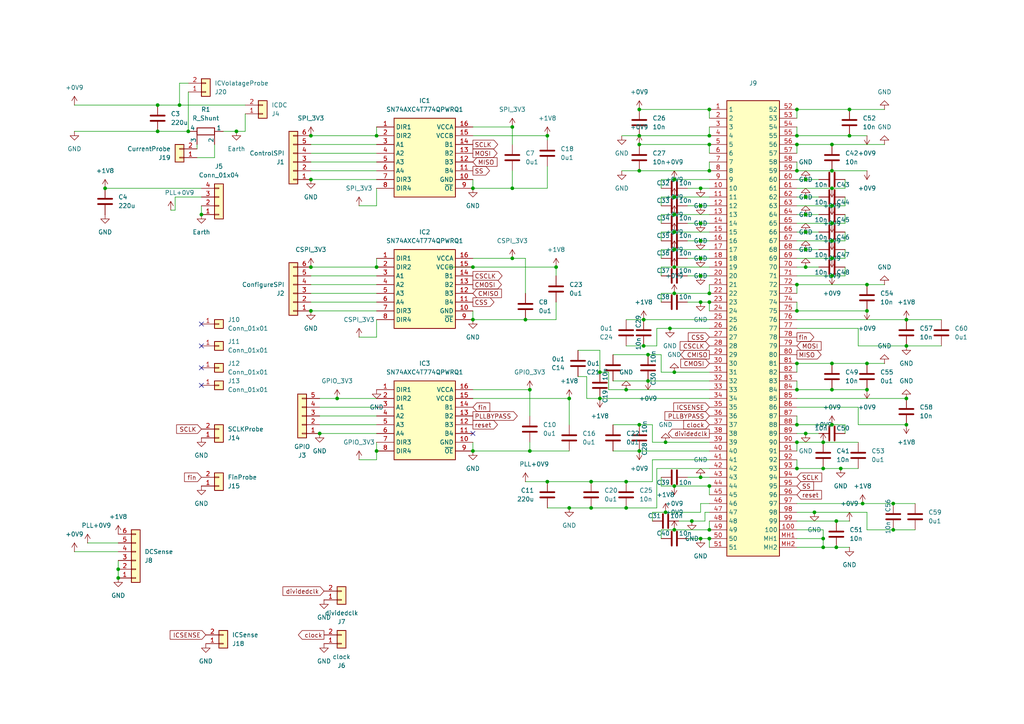
<source format=kicad_sch>
(kicad_sch (version 20250114) (generator "eeschema") (generator_version "9.0")
  (paper "A4")
  (junction (at 185.42 130.81))
  (junction (at 181.61 113.03))
  (junction (at 137.16 77.47))
  (junction (at 90.17 77.47))
  (junction (at 137.16 92.71))
  (junction (at 187.96 110.49))
  (junction (at 185.42 39.37))
  (junction (at 109.22 130.81))
  (junction (at 90.17 39.37))
  (junction (at 205.74 87.63))
  (junction (at 158.75 139.7))
  (junction (at 231.14 90.17))
  (junction (at 203.2 138.43))
  (junction (at 171.45 139.7))
  (junction (at 241.3 74.93))
  (junction (at 90.17 90.17))
  (junction (at 173.99 115.57))
  (junction (at 158.75 39.37))
  (junction (at 233.68 57.15))
  (junction (at 231.14 105.41))
  (junction (at 185.42 49.53))
  (junction (at 137.16 54.61))
  (junction (at 262.89 92.71))
  (junction (at 205.74 85.09))
  (junction (at 231.14 41.91))
  (junction (at 45.72 38.1))
  (junction (at 262.89 100.33))
  (junction (at 243.84 135.89))
  (junction (at 205.74 39.37))
  (junction (at 241.3 80.01))
  (junction (at 231.14 39.37))
  (junction (at 233.68 52.07))
  (junction (at 152.4 92.71))
  (junction (at 233.68 72.39))
  (junction (at 148.59 74.93))
  (junction (at 203.2 69.85))
  (junction (at 153.67 113.03))
  (junction (at 54.61 38.1))
  (junction (at 181.61 147.32))
  (junction (at 242.57 158.75))
  (junction (at 241.3 113.03))
  (junction (at 205.74 31.75))
  (junction (at 185.42 31.75))
  (junction (at 231.14 113.03))
  (junction (at 205.74 140.97))
  (junction (at 262.89 123.19))
  (junction (at 187.96 102.87))
  (junction (at 185.42 123.19))
  (junction (at 52.07 30.48))
  (junction (at 241.3 59.69))
  (junction (at 186.69 100.33))
  (junction (at 251.46 113.03))
  (junction (at 203.2 74.93))
  (junction (at 185.42 41.91))
  (junction (at 241.3 69.85))
  (junction (at 195.58 72.39))
  (junction (at 203.2 156.21))
  (junction (at 238.76 135.89))
  (junction (at 195.58 85.09))
  (junction (at 203.2 64.77))
  (junction (at 171.45 147.32))
  (junction (at 205.74 156.21))
  (junction (at 205.74 49.53))
  (junction (at 246.38 39.37))
  (junction (at 233.68 125.73))
  (junction (at 148.59 54.61))
  (junction (at 92.71 125.73))
  (junction (at 205.74 153.67))
  (junction (at 251.46 82.55))
  (junction (at 200.66 151.13))
  (junction (at 173.99 107.95))
  (junction (at 241.3 54.61))
  (junction (at 205.74 41.91))
  (junction (at 34.29 167.64))
  (junction (at 246.38 31.75))
  (junction (at 90.17 52.07))
  (junction (at 195.58 107.95))
  (junction (at 238.76 156.21))
  (junction (at 250.19 146.05))
  (junction (at 241.3 49.53))
  (junction (at 231.14 31.75))
  (junction (at 259.08 153.67))
  (junction (at 109.22 39.37))
  (junction (at 238.76 158.75))
  (junction (at 195.58 57.15))
  (junction (at 165.1 115.57))
  (junction (at 241.3 41.91))
  (junction (at 233.68 77.47))
  (junction (at 195.58 67.31))
  (junction (at 203.2 80.01))
  (junction (at 193.04 128.27))
  (junction (at 203.2 59.69))
  (junction (at 68.58 38.1))
  (junction (at 186.69 92.71))
  (junction (at 241.3 123.19))
  (junction (at 181.61 139.7))
  (junction (at 203.2 87.63))
  (junction (at 165.1 147.32))
  (junction (at 241.3 105.41))
  (junction (at 241.3 64.77))
  (junction (at 259.08 146.05))
  (junction (at 203.2 54.61))
  (junction (at 193.04 148.59))
  (junction (at 195.58 140.97))
  (junction (at 45.72 30.48))
  (junction (at 161.29 77.47))
  (junction (at 97.79 115.57))
  (junction (at 109.22 77.47))
  (junction (at 236.22 148.59))
  (junction (at 153.67 130.81))
  (junction (at 58.42 62.23))
  (junction (at 195.58 153.67))
  (junction (at 251.46 90.17))
  (junction (at 195.58 52.07))
  (junction (at 30.48 54.61))
  (junction (at 238.76 128.27))
  (junction (at 231.14 128.27))
  (junction (at 242.57 151.13))
  (junction (at 34.29 165.1))
  (junction (at 231.14 135.89))
  (junction (at 195.58 62.23))
  (junction (at 233.68 62.23))
  (junction (at 233.68 67.31))
  (junction (at 148.59 36.83))
  (junction (at 231.14 123.19))
  (junction (at 262.89 115.57))
  (junction (at 194.31 95.25))
  (junction (at 251.46 105.41))
  (junction (at 231.14 82.55))
  (junction (at 231.14 49.53))
  (junction (at 137.16 130.81))
  (junction (at 195.58 77.47))
  (no_connect (at 58.42 106.68))
  (no_connect (at 58.42 93.98))
  (no_connect (at 137.16 125.73))
  (no_connect (at 58.42 111.76))
  (no_connect (at 58.42 100.33))
  (wire (pts (xy 137.16 113.03) (xy 153.67 113.03)))
  (wire (pts (xy 25.4 157.48) (xy 34.29 157.48)))
  (wire (pts (xy 204.47 148.59) (xy 204.47 151.13)))
  (wire (pts (xy 152.4 85.09) (xy 152.4 74.93)))
  (wire (pts (xy 185.42 31.75) (xy 205.74 31.75)))
  (wire (pts (xy 191.77 72.39) (xy 191.77 74.93)))
  (wire (pts (xy 181.61 113.03) (xy 205.74 113.03)))
  (wire (pts (xy 191.77 77.47) (xy 191.77 80.01)))
  (wire (pts (xy 45.72 38.1) (xy 54.61 38.1)))
  (wire (pts (xy 205.74 31.75) (xy 205.74 34.29)))
  (wire (pts (xy 203.2 59.69) (xy 205.74 59.69)))
  (wire (pts (xy 191.77 107.95) (xy 191.77 102.87)))
  (wire (pts (xy 191.77 62.23) (xy 191.77 64.77)))
  (wire (pts (xy 129.54 77.47) (xy 137.16 77.47)))
  (wire (pts (xy 165.1 147.32) (xy 171.45 147.32)))
  (wire (pts (xy 236.22 148.59) (xy 231.14 148.59)))
  (wire (pts (xy 241.3 123.19) (xy 231.14 123.19)))
  (wire (pts (xy 195.58 52.07) (xy 205.74 52.07)))
  (wire (pts (xy 158.75 147.32) (xy 165.1 147.32)))
  (wire (pts (xy 205.74 36.83) (xy 205.74 39.37)))
  (wire (pts (xy 21.59 30.48) (xy 45.72 30.48)))
  (wire (pts (xy 245.11 64.77) (xy 245.11 62.23)))
  (wire (pts (xy 176.53 113.03) (xy 181.61 113.03)))
  (wire (pts (xy 243.84 135.89) (xy 248.92 135.89)))
  (wire (pts (xy 195.58 72.39) (xy 191.77 72.39)))
  (wire (pts (xy 238.76 156.21) (xy 238.76 158.75)))
  (wire (pts (xy 190.5 95.25) (xy 194.31 95.25)))
  (wire (pts (xy 52.07 30.48) (xy 71.12 30.48)))
  (wire (pts (xy 189.23 123.19) (xy 185.42 123.19)))
  (wire (pts (xy 54.61 24.13) (xy 52.07 24.13)))
  (wire (pts (xy 241.3 54.61) (xy 231.14 54.61)))
  (wire (pts (xy 173.99 107.95) (xy 173.99 101.6)))
  (wire (pts (xy 109.22 36.83) (xy 109.22 39.37)))
  (wire (pts (xy 251.46 153.67) (xy 251.46 148.59)))
  (wire (pts (xy 58.42 57.15) (xy 50.8 57.15)))
  (wire (pts (xy 195.58 62.23) (xy 205.74 62.23)))
  (wire (pts (xy 259.08 153.67) (xy 251.46 153.67)))
  (wire (pts (xy 199.39 80.01) (xy 203.2 80.01)))
  (wire (pts (xy 231.14 118.11) (xy 248.92 118.11)))
  (wire (pts (xy 231.14 113.03) (xy 231.14 110.49)))
  (wire (pts (xy 231.14 92.71) (xy 262.89 92.71)))
  (wire (pts (xy 90.17 82.55) (xy 109.22 82.55)))
  (wire (pts (xy 231.14 156.21) (xy 238.76 156.21)))
  (wire (pts (xy 233.68 72.39) (xy 231.14 72.39)))
  (wire (pts (xy 191.77 153.67) (xy 191.77 156.21)))
  (wire (pts (xy 137.16 39.37) (xy 158.75 39.37)))
  (wire (pts (xy 262.89 100.33) (xy 273.05 100.33)))
  (wire (pts (xy 90.17 85.09) (xy 109.22 85.09)))
  (wire (pts (xy 158.75 139.7) (xy 171.45 139.7)))
  (wire (pts (xy 181.61 100.33) (xy 186.69 100.33)))
  (wire (pts (xy 241.3 41.91) (xy 256.54 41.91)))
  (wire (pts (xy 158.75 39.37) (xy 158.75 40.64)))
  (wire (pts (xy 109.22 74.93) (xy 109.22 77.47)))
  (wire (pts (xy 189.23 128.27) (xy 189.23 123.19)))
  (wire (pts (xy 238.76 153.67) (xy 238.76 156.21)))
  (wire (pts (xy 241.3 105.41) (xy 251.46 105.41)))
  (wire (pts (xy 177.8 130.81) (xy 185.42 130.81)))
  (wire (pts (xy 137.16 54.61) (xy 148.59 54.61)))
  (wire (pts (xy 64.77 38.1) (xy 68.58 38.1)))
  (wire (pts (xy 231.14 107.95) (xy 231.14 105.41)))
  (wire (pts (xy 177.8 123.19) (xy 185.42 123.19)))
  (wire (pts (xy 173.99 115.57) (xy 205.74 115.57)))
  (wire (pts (xy 90.17 87.63) (xy 109.22 87.63)))
  (wire (pts (xy 137.16 77.47) (xy 161.29 77.47)))
  (wire (pts (xy 90.17 39.37) (xy 109.22 39.37)))
  (wire (pts (xy 90.17 44.45) (xy 109.22 44.45)))
  (wire (pts (xy 251.46 39.37) (xy 246.38 39.37)))
  (wire (pts (xy 173.99 101.6) (xy 167.64 101.6)))
  (wire (pts (xy 251.46 82.55) (xy 256.54 82.55)))
  (wire (pts (xy 109.22 97.79) (xy 104.14 97.79)))
  (wire (pts (xy 203.2 80.01) (xy 205.74 80.01)))
  (wire (pts (xy 148.59 36.83) (xy 148.59 41.91)))
  (wire (pts (xy 52.07 24.13) (xy 52.07 30.48)))
  (wire (pts (xy 191.77 57.15) (xy 191.77 59.69)))
  (wire (pts (xy 191.77 67.31) (xy 191.77 69.85)))
  (wire (pts (xy 171.45 147.32) (xy 181.61 147.32)))
  (wire (pts (xy 241.3 54.61) (xy 245.11 54.61)))
  (wire (pts (xy 194.31 95.25) (xy 205.74 95.25)))
  (wire (pts (xy 238.76 135.89) (xy 243.84 135.89)))
  (wire (pts (xy 203.2 148.59) (xy 203.2 146.05)))
  (wire (pts (xy 248.92 95.25) (xy 248.92 100.33)))
  (wire (pts (xy 180.34 49.53) (xy 185.42 49.53)))
  (wire (pts (xy 161.29 87.63) (xy 161.29 92.71)))
  (wire (pts (xy 245.11 80.01) (xy 245.11 77.47)))
  (wire (pts (xy 92.71 115.57) (xy 97.79 115.57)))
  (wire (pts (xy 205.74 46.99) (xy 205.74 49.53)))
  (wire (pts (xy 109.22 59.69) (xy 104.14 59.69)))
  (wire (pts (xy 242.57 151.13) (xy 246.38 151.13)))
  (wire (pts (xy 109.22 128.27) (xy 109.22 130.81)))
  (wire (pts (xy 199.39 74.93) (xy 203.2 74.93)))
  (wire (pts (xy 109.22 54.61) (xy 109.22 59.69)))
  (wire (pts (xy 109.22 92.71) (xy 109.22 97.79)))
  (wire (pts (xy 241.3 49.53) (xy 231.14 49.53)))
  (wire (pts (xy 231.14 90.17) (xy 231.14 87.63)))
  (wire (pts (xy 191.77 102.87) (xy 187.96 102.87)))
  (wire (pts (xy 203.2 64.77) (xy 205.74 64.77)))
  (wire (pts (xy 205.74 87.63) (xy 205.74 90.17)))
  (wire (pts (xy 231.14 133.35) (xy 231.14 135.89)))
  (wire (pts (xy 251.46 90.17) (xy 231.14 90.17)))
  (wire (pts (xy 92.71 125.73) (xy 109.22 125.73)))
  (wire (pts (xy 104.14 133.35) (xy 109.22 133.35)))
  (wire (pts (xy 177.8 110.49) (xy 187.96 110.49)))
  (wire (pts (xy 199.39 87.63) (xy 203.2 87.63)))
  (wire (pts (xy 153.67 113.03) (xy 153.67 120.65)))
  (wire (pts (xy 195.58 85.09) (xy 205.74 85.09)))
  (wire (pts (xy 137.16 115.57) (xy 165.1 115.57)))
  (wire (pts (xy 237.49 125.73) (xy 233.68 125.73)))
  (wire (pts (xy 199.39 59.69) (xy 203.2 59.69)))
  (wire (pts (xy 137.16 52.07) (xy 137.16 54.61)))
  (wire (pts (xy 231.14 151.13) (xy 242.57 151.13)))
  (wire (pts (xy 170.18 109.22) (xy 167.64 109.22)))
  (wire (pts (xy 233.68 57.15) (xy 231.14 57.15)))
  (wire (pts (xy 231.14 153.67) (xy 238.76 153.67)))
  (wire (pts (xy 191.77 140.97) (xy 191.77 138.43)))
  (wire (pts (xy 109.22 130.81) (xy 109.22 133.35)))
  (wire (pts (xy 195.58 107.95) (xy 205.74 107.95)))
  (wire (pts (xy 237.49 57.15) (xy 233.68 57.15)))
  (wire (pts (xy 34.29 165.1) (xy 34.29 167.64)))
  (wire (pts (xy 241.3 69.85) (xy 231.14 69.85)))
  (wire (pts (xy 245.11 54.61) (xy 245.11 52.07)))
  (wire (pts (xy 238.76 158.75) (xy 242.57 158.75)))
  (wire (pts (xy 203.2 54.61) (xy 205.74 54.61)))
  (wire (pts (xy 245.11 69.85) (xy 245.11 67.31)))
  (wire (pts (xy 233.68 67.31) (xy 231.14 67.31)))
  (wire (pts (xy 21.59 160.02) (xy 34.29 160.02)))
  (wire (pts (xy 161.29 77.47) (xy 161.29 80.01)))
  (wire (pts (xy 237.49 72.39) (xy 233.68 72.39)))
  (wire (pts (xy 190.5 135.89) (xy 190.5 147.32)))
  (wire (pts (xy 92.71 120.65) (xy 109.22 120.65)))
  (wire (pts (xy 245.11 74.93) (xy 245.11 72.39)))
  (wire (pts (xy 231.14 49.53) (xy 231.14 46.99)))
  (wire (pts (xy 189.23 148.59) (xy 189.23 151.13)))
  (wire (pts (xy 241.3 123.19) (xy 245.11 123.19)))
  (wire (pts (xy 191.77 85.09) (xy 191.77 87.63)))
  (wire (pts (xy 196.85 151.13) (xy 200.66 151.13)))
  (wire (pts (xy 199.39 64.77) (xy 203.2 64.77)))
  (wire (pts (xy 250.19 146.05) (xy 259.08 146.05)))
  (wire (pts (xy 241.3 74.93) (xy 231.14 74.93)))
  (wire (pts (xy 191.77 57.15) (xy 195.58 57.15)))
  (wire (pts (xy 57.15 45.72) (xy 62.23 45.72)))
  (wire (pts (xy 21.59 38.1) (xy 45.72 38.1)))
  (wire (pts (xy 71.12 33.02) (xy 71.12 38.1)))
  (wire (pts (xy 205.74 151.13) (xy 205.74 153.67)))
  (wire (pts (xy 137.16 92.71) (xy 152.4 92.71)))
  (wire (pts (xy 50.8 60.96) (xy 49.53 60.96)))
  (wire (pts (xy 195.58 57.15) (xy 205.74 57.15)))
  (wire (pts (xy 195.58 153.67) (xy 205.74 153.67)))
  (wire (pts (xy 205.74 82.55) (xy 205.74 85.09)))
  (wire (pts (xy 231.14 41.91) (xy 241.3 41.91)))
  (wire (pts (xy 241.3 74.93) (xy 245.11 74.93)))
  (wire (pts (xy 158.75 48.26) (xy 158.75 54.61)))
  (wire (pts (xy 237.49 52.07) (xy 233.68 52.07)))
  (wire (pts (xy 90.17 41.91) (xy 109.22 41.91)))
  (wire (pts (xy 231.14 128.27) (xy 231.14 130.81)))
  (wire (pts (xy 246.38 31.75) (xy 256.54 31.75)))
  (wire (pts (xy 195.58 77.47) (xy 191.77 77.47)))
  (wire (pts (xy 195.58 72.39) (xy 205.74 72.39)))
  (wire (pts (xy 195.58 140.97) (xy 205.74 140.97)))
  (wire (pts (xy 259.08 146.05) (xy 265.43 146.05)))
  (wire (pts (xy 246.38 39.37) (xy 231.14 39.37)))
  (wire (pts (xy 137.16 128.27) (xy 137.16 130.81)))
  (wire (pts (xy 185.42 41.91) (xy 205.74 41.91)))
  (wire (pts (xy 248.92 118.11) (xy 248.92 123.19)))
  (wire (pts (xy 237.49 77.47) (xy 233.68 77.47)))
  (wire (pts (xy 231.14 105.41) (xy 241.3 105.41)))
  (wire (pts (xy 170.18 115.57) (xy 170.18 109.22)))
  (wire (pts (xy 203.2 156.21) (xy 205.74 156.21)))
  (wire (pts (xy 50.8 57.15) (xy 50.8 60.96)))
  (wire (pts (xy 165.1 115.57) (xy 165.1 123.19)))
  (wire (pts (xy 34.29 162.56) (xy 34.29 165.1)))
  (wire (pts (xy 195.58 62.23) (xy 191.77 62.23)))
  (wire (pts (xy 205.74 140.97) (xy 205.74 143.51)))
  (wire (pts (xy 90.17 52.07) (xy 109.22 52.07)))
  (wire (pts (xy 199.39 156.21) (xy 203.2 156.21)))
  (wire (pts (xy 231.14 85.09) (xy 231.14 82.55)))
  (wire (pts (xy 203.2 74.93) (xy 205.74 74.93)))
  (wire (pts (xy 148.59 49.53) (xy 148.59 54.61)))
  (wire (pts (xy 191.77 107.95) (xy 195.58 107.95)))
  (wire (pts (xy 241.3 69.85) (xy 245.11 69.85)))
  (wire (pts (xy 205.74 135.89) (xy 190.5 135.89)))
  (wire (pts (xy 237.49 62.23) (xy 233.68 62.23)))
  (wire (pts (xy 152.4 92.71) (xy 161.29 92.71)))
  (wire (pts (xy 205.74 148.59) (xy 204.47 148.59)))
  (wire (pts (xy 241.3 80.01) (xy 231.14 80.01)))
  (wire (pts (xy 241.3 59.69) (xy 231.14 59.69)))
  (wire (pts (xy 236.22 148.59) (xy 251.46 148.59)))
  (wire (pts (xy 199.39 69.85) (xy 203.2 69.85)))
  (wire (pts (xy 231.14 120.65) (xy 231.14 123.19)))
  (wire (pts (xy 185.42 130.81) (xy 205.74 130.81)))
  (wire (pts (xy 68.58 38.1) (xy 71.12 38.1)))
  (wire (pts (xy 45.72 30.48) (xy 52.07 30.48)))
  (wire (pts (xy 242.57 158.75) (xy 246.38 158.75)))
  (wire (pts (xy 248.92 100.33) (xy 262.89 100.33)))
  (wire (pts (xy 231.14 115.57) (xy 262.89 115.57)))
  (wire (pts (xy 231.14 158.75) (xy 238.76 158.75)))
  (wire (pts (xy 205.74 41.91) (xy 205.74 44.45)))
  (wire (pts (xy 241.3 64.77) (xy 245.11 64.77)))
  (wire (pts (xy 195.58 52.07) (xy 191.77 52.07)))
  (wire (pts (xy 180.34 39.37) (xy 185.42 39.37)))
  (wire (pts (xy 241.3 113.03) (xy 251.46 113.03)))
  (wire (pts (xy 231.14 82.55) (xy 251.46 82.55)))
  (wire (pts (xy 186.69 92.71) (xy 205.74 92.71)))
  (wire (pts (xy 153.67 130.81) (xy 165.1 130.81)))
  (wire (pts (xy 185.42 49.53) (xy 205.74 49.53)))
  (wire (pts (xy 92.71 118.11) (xy 109.22 118.11)))
  (wire (pts (xy 187.96 110.49) (xy 205.74 110.49)))
  (wire (pts (xy 181.61 147.32) (xy 190.5 147.32)))
  (wire (pts (xy 233.68 52.07) (xy 231.14 52.07)))
  (wire (pts (xy 237.49 67.31) (xy 233.68 67.31)))
  (wire (pts (xy 90.17 80.01) (xy 109.22 80.01)))
  (wire (pts (xy 170.18 115.57) (xy 173.99 115.57)))
  (wire (pts (xy 231.14 95.25) (xy 248.92 95.25)))
  (wire (pts (xy 190.5 95.25) (xy 190.5 100.33)))
  (wire (pts (xy 245.11 59.69) (xy 245.11 57.15)))
  (wire (pts (xy 231.14 34.29) (xy 231.14 31.75)))
  (wire (pts (xy 233.68 62.23) (xy 231.14 62.23)))
  (wire (pts (xy 199.39 138.43) (xy 203.2 138.43)))
  (wire (pts (xy 193.04 148.59) (xy 203.2 148.59)))
  (wire (pts (xy 177.8 102.87) (xy 187.96 102.87)))
  (wire (pts (xy 205.74 133.35) (xy 189.23 133.35)))
  (wire (pts (xy 97.79 115.57) (xy 109.22 115.57)))
  (wire (pts (xy 181.61 139.7) (xy 189.23 139.7)))
  (wire (pts (xy 231.14 135.89) (xy 238.76 135.89)))
  (wire (pts (xy 233.68 125.73) (xy 231.14 125.73)))
  (wire (pts (xy 195.58 153.67) (xy 191.77 153.67)))
  (wire (pts (xy 153.67 128.27) (xy 153.67 130.81)))
  (wire (pts (xy 92.71 123.19) (xy 109.22 123.19)))
  (wire (pts (xy 203.2 69.85) (xy 205.74 69.85)))
  (wire (pts (xy 203.2 87.63) (xy 205.74 87.63)))
  (wire (pts (xy 137.16 90.17) (xy 137.16 92.71)))
  (wire (pts (xy 231.14 44.45) (xy 231.14 41.91)))
  (wire (pts (xy 191.77 52.07) (xy 191.77 54.61)))
  (wire (pts (xy 241.3 64.77) (xy 231.14 64.77)))
  (wire (pts (xy 189.23 133.35) (xy 189.23 139.7)))
  (wire (pts (xy 181.61 92.71) (xy 186.69 92.71)))
  (wire (pts (xy 251.46 105.41) (xy 256.54 105.41)))
  (wire (pts (xy 148.59 54.61) (xy 158.75 54.61)))
  (wire (pts (xy 90.17 77.47) (xy 109.22 77.47)))
  (wire (pts (xy 233.68 77.47) (xy 231.14 77.47)))
  (wire (pts (xy 185.42 39.37) (xy 205.74 39.37)))
  (wire (pts (xy 251.46 49.53) (xy 241.3 49.53)))
  (wire (pts (xy 265.43 153.67) (xy 259.08 153.67)))
  (wire (pts (xy 195.58 67.31) (xy 205.74 67.31)))
  (wire (pts (xy 248.92 123.19) (xy 262.89 123.19)))
  (wire (pts (xy 190.5 100.33) (xy 186.69 100.33)))
  (wire (pts (xy 195.58 67.31) (xy 191.77 67.31)))
  (wire (pts (xy 195.58 77.47) (xy 205.74 77.47)))
  (wire (pts (xy 54.61 26.67) (xy 54.61 38.1)))
  (wire (pts (xy 203.2 146.05) (xy 205.74 146.05)))
  (wire (pts (xy 176.53 113.03) (xy 176.53 107.95)))
  (wire (pts (xy 189.23 128.27) (xy 193.04 128.27)))
  (wire (pts (xy 195.58 140.97) (xy 191.77 140.97)))
  (wire (pts (xy 262.89 92.71) (xy 273.05 92.71)))
  (wire (pts (xy 171.45 139.7) (xy 181.61 139.7)))
  (wire (pts (xy 205.74 156.21) (xy 205.74 158.75)))
  (wire (pts (xy 193.04 128.27) (xy 205.74 128.27)))
  (wire (pts (xy 137.16 74.93) (xy 148.59 74.93)))
  (wire (pts (xy 203.2 138.43) (xy 205.74 138.43)))
  (wire (pts (xy 231.14 31.75) (xy 246.38 31.75)))
  (wire (pts (xy 57.15 41.91) (xy 57.15 43.18)))
  (wire (pts (xy 62.23 45.72) (xy 62.23 41.91)))
  (wire (pts (xy 30.48 54.61) (xy 58.42 54.61)))
  (wire (pts (xy 241.3 59.69) (xy 245.11 59.69)))
  (wire (pts (xy 241.3 80.01) (xy 245.11 80.01)))
  (wire (pts (xy 241.3 113.03) (xy 231.14 113.03)))
  (wire (pts (xy 152.4 74.93) (xy 148.59 74.93)))
  (wire (pts (xy 137.16 130.81) (xy 153.67 130.81)))
  (wire (pts (xy 90.17 49.53) (xy 109.22 49.53)))
  (wire (pts (xy 137.16 36.83) (xy 148.59 36.83)))
  (wire (pts (xy 90.17 46.99) (xy 109.22 46.99)))
  (wire (pts (xy 199.39 54.61) (xy 203.2 54.61)))
  (wire (pts (xy 173.99 107.95) (xy 176.53 107.95)))
  (wire (pts (xy 245.11 123.19) (xy 245.11 125.73)))
  (wire (pts (xy 231.14 39.37) (xy 231.14 36.83)))
  (wire (pts (xy 58.42 59.69) (xy 58.42 62.23)))
  (wire (pts (xy 189.23 148.59) (xy 193.04 148.59)))
  (wire (pts (xy 195.58 85.09) (xy 191.77 85.09)))
  (wire (pts (xy 238.76 128.27) (xy 248.92 128.27)))
  (wire (pts (xy 231.14 128.27) (xy 238.76 128.27)))
  (wire (pts (xy 90.17 90.17) (xy 109.22 90.17)))
  (wire (pts (xy 231.14 146.05) (xy 250.19 146.05)))
  (wire (pts (xy 200.66 151.13) (xy 204.47 151.13)))
  (wire (pts (xy 152.4 139.7) (xy 158.75 139.7)))
  (global_label "CMOSI" (shape output) (at 137.16 82.55 0) (property "Intersheetrefs" "${INTERSHEET_REFS}" (effects (hide yes))))
  (global_label "reset" (shape input) (at 231.14 143.51 0) (property "Intersheetrefs" "${INTERSHEET_REFS}" (effects (hide yes))))
  (global_label "SCLK" (shape input) (at 58.42 124.46 180) (property "Intersheetrefs" "${INTERSHEET_REFS}" (effects (hide yes))))
  (global_label "dividedclk" (shape output) (at 205.74 125.73 180) (property "Intersheetrefs" "${INTERSHEET_REFS}" (effects (hide yes))))
  (global_label "fin" (shape output) (at 231.14 97.79 0) (property "Intersheetrefs" "${INTERSHEET_REFS}" (effects (hide yes))))
  (global_label "SCLK" (shape input) (at 231.14 138.43 0) (property "Intersheetrefs" "${INTERSHEET_REFS}" (effects (hide yes))))
  (global_label "CSS" (shape input) (at 205.74 97.79 180) (property "Intersheetrefs" "${INTERSHEET_REFS}" (effects (hide yes))))
  (global_label "CMISO" (shape output) (at 205.74 102.87 180) (property "Intersheetrefs" "${INTERSHEET_REFS}" (effects (hide yes))))
  (global_label "dividedclk" (shape input) (at 93.98 171.45 180) (property "Intersheetrefs" "${INTERSHEET_REFS}" (effects (hide yes))))
  (global_label "MISO" (shape output) (at 231.14 102.87 0) (property "Intersheetrefs" "${INTERSHEET_REFS}" (effects (hide yes))))
  (global_label "ICSENSE" (shape input) (at 205.74 118.11 180) (property "Intersheetrefs" "${INTERSHEET_REFS}" (effects (hide yes))))
  (global_label "PLLBYPASS" (shape output) (at 137.16 120.65 0) (property "Intersheetrefs" "${INTERSHEET_REFS}" (effects (hide yes))))
  (global_label "ICSENSE" (shape input) (at 59.69 184.15 180) (property "Intersheetrefs" "${INTERSHEET_REFS}" (effects (hide yes))))
  (global_label "SCLK" (shape output) (at 137.16 41.91 0) (property "Intersheetrefs" "${INTERSHEET_REFS}" (effects (hide yes))))
  (global_label "fin" (shape input) (at 58.42 138.43 180) (property "Intersheetrefs" "${INTERSHEET_REFS}" (effects (hide yes))))
  (global_label "CSCLK" (shape output) (at 137.16 80.01 0) (property "Intersheetrefs" "${INTERSHEET_REFS}" (effects (hide yes))))
  (global_label "SS" (shape input) (at 231.14 140.97 0) (property "Intersheetrefs" "${INTERSHEET_REFS}" (effects (hide yes))))
  (global_label "MOSI" (shape output) (at 137.16 44.45 0) (property "Intersheetrefs" "${INTERSHEET_REFS}" (effects (hide yes))))
  (global_label "MISO" (shape input) (at 137.16 46.99 0) (property "Intersheetrefs" "${INTERSHEET_REFS}" (effects (hide yes))))
  (global_label "clock" (shape output) (at 93.98 184.15 180) (property "Intersheetrefs" "${INTERSHEET_REFS}" (effects (hide yes))))
  (global_label "CMOSI" (shape input) (at 205.74 105.41 180) (property "Intersheetrefs" "${INTERSHEET_REFS}" (effects (hide yes))))
  (global_label "MOSI" (shape input) (at 231.14 100.33 0) (property "Intersheetrefs" "${INTERSHEET_REFS}" (effects (hide yes))))
  (global_label "CSCLK" (shape input) (at 205.74 100.33 180) (property "Intersheetrefs" "${INTERSHEET_REFS}" (effects (hide yes))))
  (global_label "CMISO" (shape input) (at 137.16 85.09 0) (property "Intersheetrefs" "${INTERSHEET_REFS}" (effects (hide yes))))
  (global_label "clock" (shape input) (at 205.74 123.19 180) (property "Intersheetrefs" "${INTERSHEET_REFS}" (effects (hide yes))))
  (global_label "fin" (shape input) (at 137.16 118.11 0) (property "Intersheetrefs" "${INTERSHEET_REFS}" (effects (hide yes))))
  (global_label "CSS" (shape output) (at 137.16 87.63 0) (property "Intersheetrefs" "${INTERSHEET_REFS}" (effects (hide yes))))
  (global_label "SS" (shape output) (at 137.16 49.53 0) (property "Intersheetrefs" "${INTERSHEET_REFS}" (effects (hide yes))))
  (global_label "reset" (shape output) (at 137.16 123.19 0) (property "Intersheetrefs" "${INTERSHEET_REFS}" (effects (hide yes))))
  (global_label "PLLBYPASS" (shape input) (at 205.74 120.65 180) (property "Intersheetrefs" "${INTERSHEET_REFS}" (effects (hide yes))))
  (symbol (lib_id "Connector_Generic:Conn_01x06") (at 85.09 85.09 180) (unit 1)
    (property "Reference" "J2" (at 82.55 85.0901 0) (effects (justify left)))
    (property "Value" "ConfigureSPI" (at 82.55 82.5501 0) (effects (justify left)))
    (property "Footprint" "Connector_JST:JST_XH_B6B-XH-A_1x06_P2.50mm_Vertical" (effects (hide yes)))
    (property "Description" "Generic connector, single row, 01x06, script generated (kicad-library-utils/schlib/autogen/connector/)" (effects (hide yes)))
  )
  (symbol (lib_id "power:GND") (at 180.34 39.37 0) (mirror y) (unit 1)
    (property "Reference" "#PWR027" (effects (hide yes)))
    (property "Value" "GND" (at 180.34 44.45 0))
    (property "Description" "Power symbol creates a global label with name \"GND\" , ground" (effects (hide yes)))
  )
  (symbol (lib_id "power:+1V0") (at 251.46 49.53 180) (unit 1)
    (property "Reference" "#PWR079" (effects (hide yes)))
    (property "Value" "+0V9" (at 251.46 54.61 0))
    (property "Description" "Power symbol creates a global label with name \"+1V0\"" (effects (hide yes)))
  )
  (symbol (lib_id "Device:C") (at 195.58 74.93 90) (unit 1)
    (property "Reference" "C36" (at 194.31 73.406 90) (effects (justify left)))
    (property "Value" "10n" (at 200.66 73.406 90) (effects (justify left)))
    (property "Footprint" "Capacitor_SMD:C_0201_0603Metric_Pad0.64x0.40mm_HandSolder" (effects (hide yes)))
    (property "Description" "Unpolarized capacitor" (effects (hide yes)))
  )
  (symbol (lib_id "Device:C") (at 241.3 57.15 270) (unit 1)
    (property "Reference" "C44" (at 242.57 58.674 90) (effects (justify left)))
    (property "Value" "10n" (at 236.22 58.674 90) (effects (justify left)))
    (property "Footprint" "Capacitor_SMD:C_0201_0603Metric_Pad0.64x0.40mm_HandSolder" (effects (hide yes)))
    (property "Description" "Unpolarized capacitor" (effects (hide yes)))
  )
  (symbol (lib_id "Device:C") (at 195.58 69.85 90) (unit 1)
    (property "Reference" "C35" (at 194.31 68.326 90) (effects (justify left)))
    (property "Value" "10n" (at 200.66 68.326 90) (effects (justify left)))
    (property "Footprint" "Capacitor_SMD:C_0201_0603Metric_Pad0.64x0.40mm_HandSolder" (effects (hide yes)))
    (property "Description" "Unpolarized capacitor" (effects (hide yes)))
  )
  (symbol (lib_id "power:GND") (at 233.68 52.07 0) (mirror x) (unit 1)
    (property "Reference" "#PWR058" (effects (hide yes)))
    (property "Value" "GND" (at 233.68 46.99 0))
    (property "Description" "Power symbol creates a global label with name \"GND\" , ground" (effects (hide yes)))
  )
  (symbol (lib_id "power:+1V0") (at 195.58 52.07 0) (unit 1)
    (property "Reference" "#PWR038" (effects (hide yes)))
    (property "Value" "+0V9" (at 195.58 46.99 0))
    (property "Description" "Power symbol creates a global label with name \"+1V0\"" (effects (hide yes)))
  )
  (symbol (lib_id "Device:C") (at 251.46 109.22 0) (unit 1)
    (property "Reference" "C55" (at 255.27 107.9499 0) (effects (justify left)))
    (property "Value" "0u1" (at 255.27 110.4899 0) (effects (justify left)))
    (property "Footprint" "Capacitor_SMD:C_0402_1005Metric" (effects (hide yes)))
    (property "Description" "Unpolarized capacitor" (effects (hide yes)))
  )
  (symbol (lib_id "Connector_Generic:Conn_01x02") (at 64.77 186.69 0) (mirror x) (unit 1)
    (property "Reference" "J18" (at 67.31 186.6901 0) (effects (justify left)))
    (property "Value" "ICSense" (at 67.31 184.1501 0) (effects (justify left)))
    (property "Footprint" "Connector_JST:JST_XA_B02B-XASK-1_1x02_P2.50mm_Vertical" (effects (hide yes)))
    (property "Description" "Generic connector, single row, 01x02, script generated (kicad-library-utils/schlib/autogen/connector/)" (effects (hide yes)))
  )
  (symbol (lib_id "Device:C") (at 193.04 151.13 90) (unit 1)
    (property "Reference" "C31" (at 191.77 149.606 90) (effects (justify left)))
    (property "Value" "10n" (at 198.12 149.606 90) (effects (justify left)))
    (property "Footprint" "Capacitor_SMD:C_0201_0603Metric_Pad0.64x0.40mm_HandSolder" (effects (hide yes)))
    (property "Description" "Unpolarized capacitor" (effects (hide yes)))
  )
  (symbol (lib_id "power:GND") (at 256.54 105.41 0) (mirror x) (unit 1)
    (property "Reference" "#PWR085" (effects (hide yes)))
    (property "Value" "GND" (at 256.54 100.33 0))
    (property "Description" "Power symbol creates a global label with name \"GND\" , ground" (effects (hide yes)))
  )
  (symbol (lib_id "power:+1V8") (at 193.04 148.59 0) (unit 1)
    (property "Reference" "#PWR036" (effects (hide yes)))
    (property "Value" "+1V8" (at 193.04 143.51 0))
    (property "Description" "Power symbol creates a global label with name \"+1V8\"" (effects (hide yes)))
  )
  (symbol (lib_id "power:GND") (at 203.2 80.01 0) (mirror y) (unit 1)
    (property "Reference" "#PWR054" (effects (hide yes)))
    (property "Value" "GND" (effects (hide yes)))
    (property "Description" "Power symbol creates a global label with name \"GND\" , ground" (effects (hide yes)))
  )
  (symbol (lib_id "power:+1V8") (at 165.1 115.57 0) (unit 1)
    (property "Reference" "#PWR023" (effects (hide yes)))
    (property "Value" "+1V8" (at 165.1 110.49 0))
    (property "Description" "Power symbol creates a global label with name \"+1V8\"" (effects (hide yes)))
  )
  (symbol (lib_id "power:VDD") (at 90.17 39.37 0) (mirror y) (unit 1)
    (property "Reference" "#PWR05" (effects (hide yes)))
    (property "Value" "SPI_3V3" (at 90.17 34.29 0))
    (property "Description" "Power symbol creates a global label with name \"VDD\"" (effects (hide yes)))
  )
  (symbol (lib_id "power:GND") (at 93.98 173.99 0) (mirror y) (unit 1)
    (property "Reference" "#PWR97" (effects (hide yes)))
    (property "Value" "GND" (at 93.98 179.07 0))
    (property "Description" "Power symbol creates a global label with name \"GND\" , ground" (effects (hide yes)))
  )
  (symbol (lib_id "power:+1V0") (at 241.3 54.61 180) (unit 1)
    (property "Reference" "#PWR067" (effects (hide yes)))
    (property "Value" "+0V9" (at 241.3 59.69 0))
    (property "Description" "Power symbol creates a global label with name \"+1V0\"" (effects (hide yes)))
  )
  (symbol (lib_id "Device:C") (at 165.1 127 0) (unit 1)
    (property "Reference" "C16" (at 168.91 125.7299 0) (effects (justify left)))
    (property "Value" "0u1" (at 168.91 128.2699 0) (effects (justify left)))
    (property "Footprint" "Capacitor_SMD:C_0402_1005Metric" (effects (hide yes)))
    (property "Description" "Unpolarized capacitor" (effects (hide yes)))
  )
  (symbol (lib_id "power:GND") (at 109.22 113.03 0) (mirror y) (unit 1)
    (property "Reference" "#PWR014" (effects (hide yes)))
    (property "Value" "GND" (at 109.22 118.11 0))
    (property "Description" "Power symbol creates a global label with name \"GND\" , ground" (effects (hide yes)))
  )
  (symbol (lib_id "power:+1V0") (at 49.53 60.96 0) (unit 1)
    (property "Reference" "#PWR0101" (effects (hide yes)))
    (property "Value" "PLL+0V9" (at 52.07 55.88 0))
    (property "Description" "Power symbol creates a global label with name \"+1V0\"" (effects (hide yes)))
  )
  (symbol (lib_id "power:GND") (at 93.98 186.69 0) (mirror y) (unit 1)
    (property "Reference" "#PWR98" (effects (hide yes)))
    (property "Value" "GND" (at 93.98 191.77 0))
    (property "Description" "Power symbol creates a global label with name \"GND\" , ground" (effects (hide yes)))
  )
  (symbol (lib_id "Device:C") (at 241.3 109.22 0) (unit 1)
    (property "Reference" "C49" (at 245.11 107.9499 0) (effects (justify left)))
    (property "Value" "10n" (at 245.11 110.4899 0) (effects (justify left)))
    (property "Footprint" "Capacitor_SMD:C_0201_0603Metric_Pad0.64x0.40mm_HandSolder" (effects (hide yes)))
    (property "Description" "Unpolarized capacitor" (effects (hide yes)))
  )
  (symbol (lib_id "power:GND") (at 59.69 186.69 0) (mirror y) (unit 1)
    (property "Reference" "#PWR094" (effects (hide yes)))
    (property "Value" "GND" (at 59.69 191.77 0))
    (property "Description" "Power symbol creates a global label with name \"GND\" , ground" (effects (hide yes)))
  )
  (symbol (lib_id "power:VDD") (at 104.14 59.69 0) (mirror y) (unit 1)
    (property "Reference" "#PWR011" (effects (hide yes)))
    (property "Value" "SPI_3V3" (at 104.14 54.61 0))
    (property "Description" "Power symbol creates a global label with name \"VDD\"" (effects (hide yes)))
  )
  (symbol (lib_id "Connector_Generic:Conn_01x01") (at 63.5 106.68 0) (unit 1)
    (property "Reference" "J12" (at 66.04 105.4099 0) (effects (justify left)))
    (property "Value" "Conn_01x01" (at 66.04 107.9499 0) (effects (justify left)))
    (property "Footprint" "MountingHole:MountingHole_3.2mm_M3_ISO7380_Pad" (effects (hide yes)))
    (property "Description" "Generic connector, single row, 01x01, script generated (kicad-library-utils/schlib/autogen/connector/)" (effects (hide yes)))
  )
  (symbol (lib_id "Device:C") (at 158.75 143.51 0) (mirror y) (unit 1)
    (property "Reference" "C11" (at 154.94 142.2399 0) (effects (justify left)))
    (property "Value" "220u" (at 154.94 144.7799 0) (effects (justify left)))
    (property "Footprint" "Capacitor_SMD:C_1210_3225Metric_Pad1.33x2.70mm_HandSolder" (effects (hide yes)))
    (property "Description" "Unpolarized capacitor" (effects (hide yes)))
  )
  (symbol (lib_id "Device:C") (at 185.42 45.72 0) (unit 1)
    (property "Reference" "C27" (at 189.23 44.4499 0) (effects (justify left)))
    (property "Value" "10n" (at 189.23 46.9899 0) (effects (justify left)))
    (property "Footprint" "Capacitor_SMD:C_0201_0603Metric_Pad0.64x0.40mm_HandSolder" (effects (hide yes)))
    (property "Description" "Unpolarized capacitor" (effects (hide yes)))
  )
  (symbol (lib_id "power:GND") (at 137.16 54.61 0) (mirror y) (unit 1)
    (property "Reference" "#PWR015" (effects (hide yes)))
    (property "Value" "GND" (at 137.16 59.69 0))
    (property "Description" "Power symbol creates a global label with name \"GND\" , ground" (effects (hide yes)))
  )
  (symbol (lib_id "power:GND") (at 193.04 128.27 180) (unit 1)
    (property "Reference" "#PWR035" (effects (hide yes)))
    (property "Value" "GND" (at 193.04 123.19 0))
    (property "Description" "Power symbol creates a global label with name \"GND\" , ground" (effects (hide yes)))
  )
  (symbol (lib_id "Device:C") (at 262.89 119.38 0) (unit 1)
    (property "Reference" "C58" (at 266.7 118.1099 0) (effects (justify left)))
    (property "Value" "10n" (at 266.7 120.6499 0) (effects (justify left)))
    (property "Footprint" "Capacitor_SMD:C_0201_0603Metric_Pad0.64x0.40mm_HandSolder" (effects (hide yes)))
    (property "Description" "Unpolarized capacitor" (effects (hide yes)))
  )
  (symbol (lib_id "power:GND") (at 195.58 107.95 180) (unit 1)
    (property "Reference" "#PWR045" (effects (hide yes)))
    (property "Value" "GND" (at 195.58 102.87 0))
    (property "Description" "Power symbol creates a global label with name \"GND\" , ground" (effects (hide yes)))
  )
  (symbol (lib_id "power:VDD") (at 97.79 115.57 0) (mirror y) (unit 1)
    (property "Reference" "#PWR010" (effects (hide yes)))
    (property "Value" "GPIO_3V3" (at 97.79 110.49 0))
    (property "Description" "Power symbol creates a global label with name \"VDD\"" (effects (hide yes)))
  )
  (symbol (lib_id "Connector_Generic:Conn_01x02") (at 99.06 186.69 0) (mirror x) (unit 1)
    (property "Reference" "J6" (at 99.06 193.04 0))
    (property "Value" "clock" (at 99.06 190.5 0))
    (property "Footprint" "Library:Akizuki-SMA" (effects (hide yes)))
    (property "Description" "Generic connector, single row, 01x02, script generated (kicad-library-utils/schlib/autogen/connector/)" (effects (hide yes)))
  )
  (symbol (lib_id "power:GND") (at 90.17 52.07 0) (mirror y) (unit 1)
    (property "Reference" "#PWR06" (effects (hide yes)))
    (property "Value" "GND" (at 90.17 57.15 0))
    (property "Description" "Power symbol creates a global label with name \"GND\" , ground" (effects (hide yes)))
  )
  (symbol (lib_id "power:+1V0") (at 195.58 67.31 0) (unit 1)
    (property "Reference" "#PWR041" (effects (hide yes)))
    (property "Value" "+0V9" (at 195.58 62.23 0))
    (property "Description" "Power symbol creates a global label with name \"+1V0\"" (effects (hide yes)))
  )
  (symbol (lib_id "Device:C") (at 242.57 154.94 0) (unit 1)
    (property "Reference" "C51" (at 246.38 153.6699 0) (effects (justify left)))
    (property "Value" "10n" (at 246.38 156.2099 0) (effects (justify left)))
    (property "Footprint" "Capacitor_SMD:C_0201_0603Metric_Pad0.64x0.40mm_HandSolder" (effects (hide yes)))
    (property "Description" "Unpolarized capacitor" (effects (hide yes)))
  )
  (symbol (lib_id "power:VDD") (at 90.17 77.47 0) (mirror y) (unit 1)
    (property "Reference" "#PWR07" (effects (hide yes)))
    (property "Value" "CSPI_3V3" (at 90.17 72.39 0))
    (property "Description" "Power symbol creates a global label with name \"VDD\"" (effects (hide yes)))
  )
  (symbol (lib_id "Connector_Generic:Conn_01x01") (at 63.5 93.98 0) (unit 1)
    (property "Reference" "J10" (at 66.04 92.7099 0) (effects (justify left)))
    (property "Value" "Conn_01x01" (at 66.04 95.2499 0) (effects (justify left)))
    (property "Footprint" "MountingHole:MountingHole_3.2mm_M3_ISO7380_Pad" (effects (hide yes)))
    (property "Description" "Generic connector, single row, 01x01, script generated (kicad-library-utils/schlib/autogen/connector/)" (effects (hide yes)))
  )
  (symbol (lib_id "Device:C") (at 241.3 62.23 270) (unit 1)
    (property "Reference" "C45" (at 242.57 63.754 90) (effects (justify left)))
    (property "Value" "10n" (at 236.22 63.754 90) (effects (justify left)))
    (property "Footprint" "Capacitor_SMD:C_0201_0603Metric_Pad0.64x0.40mm_HandSolder" (effects (hide yes)))
    (property "Description" "Unpolarized capacitor" (effects (hide yes)))
  )
  (symbol (lib_id "Device:C") (at 45.72 34.29 0) (unit 1)
    (property "Reference" "C3" (at 49.53 33.0199 0) (effects (justify left)))
    (property "Value" "220u" (at 49.53 35.5599 0) (effects (justify left)))
    (property "Footprint" "Capacitor_SMD:C_1210_3225Metric_Pad1.33x2.70mm_HandSolder" (effects (hide yes)))
    (property "Description" "Unpolarized capacitor" (effects (hide yes)))
  )
  (symbol (lib_id "Device:C") (at 251.46 86.36 0) (unit 1)
    (property "Reference" "C54" (at 255.27 85.0899 0) (effects (justify left)))
    (property "Value" "10n" (at 255.27 87.6299 0) (effects (justify left)))
    (property "Footprint" "Capacitor_SMD:C_0201_0603Metric_Pad0.64x0.40mm_HandSolder" (effects (hide yes)))
    (property "Description" "Unpolarized capacitor" (effects (hide yes)))
  )
  (symbol (lib_id "power:+1V0") (at 195.58 153.67 0) (unit 1)
    (property "Reference" "#PWR047" (effects (hide yes)))
    (property "Value" "+0V9" (at 195.58 148.59 0))
    (property "Description" "Power symbol creates a global label with name \"+1V0\"" (effects (hide yes)))
  )
  (symbol (lib_id "Device:C") (at 246.38 35.56 0) (unit 1)
    (property "Reference" "C52" (at 250.19 34.2899 0) (effects (justify left)))
    (property "Value" "10n" (at 250.19 36.8299 0) (effects (justify left)))
    (property "Footprint" "Capacitor_SMD:C_0201_0603Metric_Pad0.64x0.40mm_HandSolder" (effects (hide yes)))
    (property "Description" "Unpolarized capacitor" (effects (hide yes)))
  )
  (symbol (lib_id "power:GND") (at 203.2 59.69 0) (mirror y) (unit 1)
    (property "Reference" "#PWR050" (effects (hide yes)))
    (property "Value" "GND" (at 203.2 64.77 0))
    (property "Description" "Power symbol creates a global label with name \"GND\" , ground" (effects (hide yes)))
  )
  (symbol (lib_id "Connector_Generic:Conn_01x02") (at 76.2 33.02 0) (mirror x) (unit 1)
    (property "Reference" "J4" (at 78.74 33.0201 0) (effects (justify left)))
    (property "Value" "ICDC" (at 78.74 30.4801 0) (effects (justify left)))
    (property "Footprint" "Connector_AMASS:AMASS_XT30PW-M_1x02_P2.50mm_Horizontal" (effects (hide yes)))
    (property "Description" "Generic connector, single row, 01x02, script generated (kicad-library-utils/schlib/autogen/connector/)" (effects (hide yes)))
  )
  (symbol (lib_id "Connector_Generic:Conn_01x04") (at 63.5 59.69 0) (mirror x) (unit 1)
    (property "Reference" "J5" (at 63.5 48.26 0))
    (property "Value" "Conn_01x04" (at 63.5 50.8 0))
    (property "Footprint" "Connector_JST:JST_XA_B04B-XASK-1_1x04_P2.50mm_Vertical" (effects (hide yes)))
    (property "Description" "Generic connector, single row, 01x04, script generated (kicad-library-utils/schlib/autogen/connector/)" (effects (hide yes)))
  )
  (symbol (lib_id "power:+1V8") (at 34.29 154.94 0) (unit 1)
    (property "Reference" "#PWR0107" (effects (hide yes)))
    (property "Value" "+1V8" (at 34.29 149.86 0))
    (property "Description" "Power symbol creates a global label with name \"+1V8\"" (effects (hide yes)))
  )
  (symbol (lib_id "Device:C") (at 241.3 45.72 0) (unit 1)
    (property "Reference" "C42" (at 245.11 44.4499 0) (effects (justify left)))
    (property "Value" "10n" (at 245.11 46.9899 0) (effects (justify left)))
    (property "Footprint" "Capacitor_SMD:C_0201_0603Metric_Pad0.64x0.40mm_HandSolder" (effects (hide yes)))
    (property "Description" "Unpolarized capacitor" (effects (hide yes)))
  )
  (symbol (lib_name "SN74AXC4T774QPWRQ1_1") (lib_id "SamacSys_Parts:SN74AXC4T774QPWRQ1") (at 109.22 113.03 0) (unit 1)
    (property "Reference" "IC3" (at 123.19 105.41 0))
    (property "Value" "SN74AXC4T774QPWRQ1" (at 123.19 107.95 0))
    (property "Footprint" "SamacSys_Parts:SOP65P640X120-16N" (effects (hide yes)))
    (property "Datasheet" "https://www.ti.com/lit/gpn/SN74AXC4T774-Q1" (effects (hide yes)))
    (property "Description" "Translation - Voltage Levels Automotive 4-bit 2-supply bus transceiver with 3-state outputs, independent direction control inputs" (effects (hide yes)))
    (property "Height" "1.2" (effects (hide yes)))
    (property "Manufacturer_Name" "Texas Instruments" (effects (hide yes)))
    (property "Manufacturer_Part_Number" "SN74AXC4T774QPWRQ1" (effects (hide yes)))
    (property "Mouser Part Number" "595-74AXC4T774QPWRQ1" (effects (hide yes)))
    (property "Mouser Price/Stock" "https://www.mouser.co.uk/ProductDetail/Texas-Instruments/SN74AXC4T774QPWRQ1?qs=OlC7AqGiEDlScm8aOxIi3Q%3D%3D" (effects (hide yes)))
    (property "Arrow Part Number" "SN74AXC4T774QPWRQ1" (effects (hide yes)))
    (property "Arrow Price/Stock" "null?region=nac" (effects (hide yes)))
  )
  (symbol (lib_id "power:GND") (at 256.54 41.91 0) (mirror x) (unit 1)
    (property "Reference" "#PWR083" (effects (hide yes)))
    (property "Value" "GND" (at 256.54 36.83 0))
    (property "Description" "Power symbol creates a global label with name \"GND\" , ground" (effects (hide yes)))
  )
  (symbol (lib_id "Connector_Generic:Conn_01x02") (at 59.69 26.67 0) (mirror x) (unit 1)
    (property "Reference" "J20" (at 62.23 26.6701 0) (effects (justify left)))
    (property "Value" "ICVolatageProbe" (at 62.23 24.1301 0) (effects (justify left)))
    (property "Footprint" "Library:PA013" (effects (hide yes)))
    (property "Description" "Generic connector, single row, 01x02, script generated (kicad-library-utils/schlib/autogen/connector/)" (effects (hide yes)))
  )
  (symbol (lib_id "power:+1V0") (at 25.4 157.48 0) (unit 1)
    (property "Reference" "#PWR0106" (effects (hide yes)))
    (property "Value" "PLL+0V9" (at 27.94 152.4 0))
    (property "Description" "Power symbol creates a global label with name \"+1V0\"" (effects (hide yes)))
  )
  (symbol (lib_id "Device:C") (at 195.58 59.69 90) (unit 1)
    (property "Reference" "C33" (at 194.31 58.166 90) (effects (justify left)))
    (property "Value" "10n" (at 200.66 58.166 90) (effects (justify left)))
    (property "Footprint" "Capacitor_SMD:C_0201_0603Metric_Pad0.64x0.40mm_HandSolder" (effects (hide yes)))
    (property "Description" "Unpolarized capacitor" (effects (hide yes)))
  )
  (symbol (lib_id "power:+1V0") (at 241.3 64.77 180) (unit 1)
    (property "Reference" "#PWR069" (effects (hide yes)))
    (property "Value" "+0V9" (at 241.3 69.85 0))
    (property "Description" "Power symbol creates a global label with name \"+1V0\"" (effects (hide yes)))
  )
  (symbol (lib_id "power:GND") (at 233.68 57.15 0) (mirror x) (unit 1)
    (property "Reference" "#PWR059" (effects (hide yes)))
    (property "Value" "GND" (at 233.68 52.07 0))
    (property "Description" "Power symbol creates a global label with name \"GND\" , ground" (effects (hide yes)))
  )
  (symbol (lib_id "Device:R_Shunt") (at 59.69 38.1 270) (unit 1)
    (property "Reference" "R1" (at 59.69 31.75 90))
    (property "Value" "R_Shunt" (at 59.69 34.29 90))
    (property "Footprint" "SamacSys_Parts:Y14870R01000B9R" (effects (hide yes)))
    (property "Description" "Shunt resistor" (effects (hide yes)))
  )
  (symbol (lib_id "Device:C") (at 187.96 106.68 0) (mirror x) (unit 1)
    (property "Reference" "C30" (at 189.484 107.95 90) (effects (justify left)))
    (property "Value" "10n" (at 189.484 101.6 90) (effects (justify left)))
    (property "Footprint" "Capacitor_SMD:C_0201_0603Metric_Pad0.64x0.40mm_HandSolder" (effects (hide yes)))
    (property "Description" "Unpolarized capacitor" (effects (hide yes)))
  )
  (symbol (lib_id "power:GND") (at 262.89 115.57 0) (mirror x) (unit 1)
    (property "Reference" "#PWR088" (effects (hide yes)))
    (property "Value" "GND" (at 262.89 110.49 0))
    (property "Description" "Power symbol creates a global label with name \"GND\" , ground" (effects (hide yes)))
  )
  (symbol (lib_id "power:+1V0") (at 251.46 113.03 180) (unit 1)
    (property "Reference" "#PWR081" (effects (hide yes)))
    (property "Value" "+0V9" (at 251.46 118.11 0))
    (property "Description" "Power symbol creates a global label with name \"+1V0\"" (effects (hide yes)))
  )
  (symbol (lib_id "Device:C") (at 238.76 132.08 0) (unit 1)
    (property "Reference" "C41" (at 242.57 130.8099 0) (effects (justify left)))
    (property "Value" "10n" (at 242.57 133.3499 0) (effects (justify left)))
    (property "Footprint" "Capacitor_SMD:C_0201_0603Metric_Pad0.64x0.40mm_HandSolder" (effects (hide yes)))
    (property "Description" "Unpolarized capacitor" (effects (hide yes)))
  )
  (symbol (lib_id "power:+1V0") (at 238.76 128.27 0) (mirror y) (unit 1)
    (property "Reference" "#PWR066" (effects (hide yes)))
    (property "Value" "+0V9" (at 238.76 123.19 0))
    (property "Description" "Power symbol creates a global label with name \"+1V0\"" (effects (hide yes)))
  )
  (symbol (lib_id "power:GND") (at 194.31 95.25 0) (mirror y) (unit 1)
    (property "Reference" "#PWR037" (effects (hide yes)))
    (property "Value" "GND" (at 194.31 100.33 0))
    (property "Description" "Power symbol creates a global label with name \"GND\" , ground" (effects (hide yes)))
  )
  (symbol (lib_id "power:VDD") (at 148.59 36.83 0) (mirror y) (unit 1)
    (property "Reference" "#PWR018" (effects (hide yes)))
    (property "Value" "SPI_3V3" (at 148.59 31.75 0))
    (property "Description" "Power symbol creates a global label with name \"VDD\"" (effects (hide yes)))
  )
  (symbol (lib_id "power:GND") (at 203.2 156.21 0) (mirror y) (unit 1)
    (property "Reference" "#PWR057" (effects (hide yes)))
    (property "Value" "GND" (at 203.2 161.29 0))
    (property "Description" "Power symbol creates a global label with name \"GND\" , ground" (effects (hide yes)))
  )
  (symbol (lib_id "Device:C") (at 241.3 72.39 270) (unit 1)
    (property "Reference" "C47" (at 242.57 73.914 90) (effects (justify left)))
    (property "Value" "10n" (at 236.22 73.914 90) (effects (justify left)))
    (property "Footprint" "Capacitor_SMD:C_0201_0603Metric_Pad0.64x0.40mm_HandSolder" (effects (hide yes)))
    (property "Description" "Unpolarized capacitor" (effects (hide yes)))
  )
  (symbol (lib_id "power:+1V0") (at 246.38 151.13 0) (unit 1)
    (property "Reference" "#PWR075" (effects (hide yes)))
    (property "Value" "+0V9" (at 246.38 146.05 0))
    (property "Description" "Power symbol creates a global label with name \"+1V0\"" (effects (hide yes)))
  )
  (symbol (lib_id "Device:C") (at 185.42 35.56 0) (unit 1)
    (property "Reference" "C26" (at 189.23 34.2899 0) (effects (justify left)))
    (property "Value" "10n" (at 189.23 36.8299 0) (effects (justify left)))
    (property "Footprint" "Capacitor_SMD:C_0201_0603Metric_Pad0.64x0.40mm_HandSolder" (effects (hide yes)))
    (property "Description" "Unpolarized capacitor" (effects (hide yes)))
  )
  (symbol (lib_id "power:+1V0") (at 241.3 123.19 0) (mirror y) (unit 1)
    (property "Reference" "#PWR073" (effects (hide yes)))
    (property "Value" "+0V9" (at 241.3 118.11 0))
    (property "Description" "Power symbol creates a global label with name \"+1V0\"" (effects (hide yes)))
  )
  (symbol (lib_id "power:GND") (at 180.34 49.53 0) (mirror y) (unit 1)
    (property "Reference" "#PWR028" (effects (hide yes)))
    (property "Value" "GND" (at 180.34 54.61 0))
    (property "Description" "Power symbol creates a global label with name \"GND\" , ground" (effects (hide yes)))
  )
  (symbol (lib_id "power:+1V8") (at 186.69 92.71 0) (unit 1)
    (property "Reference" "#PWR033" (effects (hide yes)))
    (property "Value" "+1V8" (at 186.69 87.63 0))
    (property "Description" "Power symbol creates a global label with name \"+1V8\"" (effects (hide yes)))
  )
  (symbol (lib_id "power:+1V0") (at 195.58 85.09 0) (unit 1)
    (property "Reference" "#PWR044" (effects (hide yes)))
    (property "Value" "+0V9" (at 195.58 80.01 0))
    (property "Description" "Power symbol creates a global label with name \"+1V0\"" (effects (hide yes)))
  )
  (symbol (lib_id "Device:C") (at 181.61 143.51 0) (unit 1)
    (property "Reference" "C25" (at 185.42 142.2399 0) (effects (justify left)))
    (property "Value" "10n" (at 185.42 144.7799 0) (effects (justify left)))
    (property "Footprint" "Capacitor_SMD:C_0201_0603Metric_Pad0.64x0.40mm_HandSolder" (effects (hide yes)))
    (property "Description" "Unpolarized capacitor" (effects (hide yes)))
  )
  (symbol (lib_id "Device:C") (at 177.8 106.68 180) (unit 1)
    (property "Reference" "C21" (at 173.99 107.9501 0) (effects (justify left)))
    (property "Value" "0u1" (at 173.99 105.4101 0) (effects (justify left)))
    (property "Footprint" "Capacitor_SMD:C_0402_1005Metric" (effects (hide yes)))
    (property "Description" "Unpolarized capacitor" (effects (hide yes)))
  )
  (symbol (lib_id "Device:C") (at 177.8 127 0) (unit 1)
    (property "Reference" "C22" (at 181.61 125.7299 0) (effects (justify left)))
    (property "Value" "0u1" (at 181.61 128.2699 0) (effects (justify left)))
    (property "Footprint" "Capacitor_SMD:C_0402_1005Metric" (effects (hide yes)))
    (property "Description" "Unpolarized capacitor" (effects (hide yes)))
  )
  (symbol (lib_id "Device:C") (at 262.89 96.52 0) (unit 1)
    (property "Reference" "C57" (at 266.7 95.2499 0) (effects (justify left)))
    (property "Value" "10n" (at 266.7 97.7899 0) (effects (justify left)))
    (property "Footprint" "Capacitor_SMD:C_0201_0603Metric_Pad0.64x0.40mm_HandSolder" (effects (hide yes)))
    (property "Description" "Unpolarized capacitor" (effects (hide yes)))
  )
  (symbol (lib_id "power:+1V0") (at 195.58 140.97 0) (mirror x) (unit 1)
    (property "Reference" "#PWR046" (effects (hide yes)))
    (property "Value" "+0V9" (at 195.58 146.05 0))
    (property "Description" "Power symbol creates a global label with name \"+1V0\"" (effects (hide yes)))
  )
  (symbol (lib_id "power:VDD") (at 148.59 74.93 0) (mirror y) (unit 1)
    (property "Reference" "#PWR019" (effects (hide yes)))
    (property "Value" "CSPI_3V3" (at 148.59 69.85 0))
    (property "Description" "Power symbol creates a global label with name \"VDD\"" (effects (hide yes)))
  )
  (symbol (lib_id "power:+1V8") (at 161.29 77.47 0) (unit 1)
    (property "Reference" "#PWR025" (effects (hide yes)))
    (property "Value" "+1V8" (at 161.29 72.39 0))
    (property "Description" "Power symbol creates a global label with name \"+1V8\"" (effects (hide yes)))
  )
  (symbol (lib_id "power:GND") (at 233.68 125.73 0) (unit 1)
    (property "Reference" "#PWR064" (effects (hide yes)))
    (property "Value" "GND" (at 233.68 130.81 0))
    (property "Description" "Power symbol creates a global label with name \"GND\" , ground" (effects (hide yes)))
  )
  (symbol (lib_id "power:GND") (at 256.54 31.75 0) (mirror x) (unit 1)
    (property "Reference" "#PWR082" (effects (hide yes)))
    (property "Value" "GND" (at 256.54 26.67 0))
    (property "Description" "Power symbol creates a global label with name \"GND\" , ground" (effects (hide yes)))
  )
  (symbol (lib_id "power:GND") (at 30.48 62.23 0) (unit 1)
    (property "Reference" "#PWR099" (effects (hide yes)))
    (property "Value" "GND" (at 30.48 67.31 0))
    (property "Description" "Power symbol creates a global label with name \"GND\" , ground" (effects (hide yes)))
  )
  (symbol (lib_id "power:+1V0") (at 152.4 139.7 0) (unit 1)
    (property "Reference" "#PWR020" (effects (hide yes)))
    (property "Value" "PLL+0V9" (at 154.94 134.62 0))
    (property "Description" "Power symbol creates a global label with name \"+1V0\"" (effects (hide yes)))
  )
  (symbol (lib_id "power:+1V0") (at 187.96 110.49 0) (mirror x) (unit 1)
    (property "Reference" "#PWR034" (effects (hide yes)))
    (property "Value" "+0V9" (at 187.96 115.57 0))
    (property "Description" "Power symbol creates a global label with name \"+1V0\"" (effects (hide yes)))
  )
  (symbol (lib_id "Device:C") (at 153.67 124.46 0) (unit 1)
    (property "Reference" "C10" (at 157.48 123.1899 0) (effects (justify left)))
    (property "Value" "0u1" (at 157.48 125.7299 0) (effects (justify left)))
    (property "Footprint" "Capacitor_SMD:C_0402_1005Metric" (effects (hide yes)))
    (property "Description" "Unpolarized capacitor" (effects (hide yes)))
  )
  (symbol (lib_id "Connector_Generic:Conn_01x02") (at 63.5 127 0) (mirror x) (unit 1)
    (property "Reference" "J14" (at 66.04 127.0001 0) (effects (justify left)))
    (property "Value" "SCLKProbe" (at 66.04 124.4601 0) (effects (justify left)))
    (property "Footprint" "Library:PA013" (effects (hide yes)))
    (property "Description" "Generic connector, single row, 01x02, script generated (kicad-library-utils/schlib/autogen/connector/)" (effects (hide yes)))
  )
  (symbol (lib_id "power:+1V8") (at 173.99 115.57 0) (mirror x) (unit 1)
    (property "Reference" "#PWR026" (effects (hide yes)))
    (property "Value" "+1V8" (at 173.99 120.65 0))
    (property "Description" "Power symbol creates a global label with name \"+1V8\"" (effects (hide yes)))
  )
  (symbol (lib_id "Device:C") (at 241.3 77.47 270) (unit 1)
    (property "Reference" "C48" (at 242.57 78.994 90) (effects (justify left)))
    (property "Value" "10n" (at 236.22 78.994 90) (effects (justify left)))
    (property "Footprint" "Capacitor_SMD:C_0201_0603Metric_Pad0.64x0.40mm_HandSolder" (effects (hide yes)))
    (property "Description" "Unpolarized capacitor" (effects (hide yes)))
  )
  (symbol (lib_id "power:GND") (at 58.42 62.23 0) (unit 1)
    (property "Reference" "#PWR0102" (effects (hide yes)))
    (property "Value" "Earth" (at 58.42 67.31 0))
    (property "Description" "Power symbol creates a global label with name \"GND\" , ground" (effects (hide yes)))
  )
  (symbol (lib_id "power:GND") (at 203.2 64.77 0) (mirror y) (unit 1)
    (property "Reference" "#PWR051" (effects (hide yes)))
    (property "Value" "GND" (at 203.2 69.85 0))
    (property "Description" "Power symbol creates a global label with name \"GND\" , ground" (effects (hide yes)))
  )
  (symbol (lib_id "power:+1V0") (at 195.58 72.39 0) (unit 1)
    (property "Reference" "#PWR042" (effects (hide yes)))
    (property "Value" "+0V9" (at 195.58 67.31 0))
    (property "Description" "Power symbol creates a global label with name \"+1V0\"" (effects (hide yes)))
  )
  (symbol (lib_id "power:+1V0") (at 241.3 80.01 180) (unit 1)
    (property "Reference" "#PWR072" (effects (hide yes)))
    (property "Value" "+0V9" (at 241.3 85.09 0))
    (property "Description" "Power symbol creates a global label with name \"+1V0\"" (effects (hide yes)))
  )
  (symbol (lib_id "power:GND") (at 137.16 130.81 0) (mirror y) (unit 1)
    (property "Reference" "#PWR017" (effects (hide yes)))
    (property "Value" "GND" (at 137.16 135.89 0))
    (property "Description" "Power symbol creates a global label with name \"GND\" , ground" (effects (hide yes)))
  )
  (symbol (lib_id "power:+1V8") (at 250.19 146.05 0) (unit 1)
    (property "Reference" "#PWR077" (effects (hide yes)))
    (property "Value" "+1V8" (at 250.19 140.97 0))
    (property "Description" "Power symbol creates a global label with name \"+1V8\"" (effects (hide yes)))
  )
  (symbol (lib_id "power:+1V0") (at 185.42 41.91 0) (unit 1)
    (property "Reference" "#PWR031" (effects (hide yes)))
    (property "Value" "+0V9" (at 185.42 36.83 0))
    (property "Description" "Power symbol creates a global label with name \"+1V0\"" (effects (hide yes)))
  )
  (symbol (lib_id "power:+1V0") (at 185.42 31.75 0) (unit 1)
    (property "Reference" "#PWR030" (effects (hide yes)))
    (property "Value" "+0V9" (at 185.42 26.67 0))
    (property "Description" "Power symbol creates a global label with name \"+1V0\"" (effects (hide yes)))
  )
  (symbol (lib_id "power:GND") (at 92.71 125.73 0) (mirror y) (unit 1)
    (property "Reference" "#PWR09" (effects (hide yes)))
    (property "Value" "GND" (at 92.71 130.81 0))
    (property "Description" "Power symbol creates a global label with name \"GND\" , ground" (effects (hide yes)))
  )
  (symbol (lib_id "power:GND") (at 21.59 38.1 0) (unit 1)
    (property "Reference" "#PWR02" (effects (hide yes)))
    (property "Value" "GND" (at 21.59 43.18 0))
    (property "Description" "Power symbol creates a global label with name \"GND\" , ground" (effects (hide yes)))
  )
  (symbol (lib_id "power:+1V8") (at 30.48 54.61 0) (unit 1)
    (property "Reference" "#PWR03" (effects (hide yes)))
    (property "Value" "+1V8" (at 30.48 49.53 0))
    (property "Description" "Power symbol creates a global label with name \"+1V8\"" (effects (hide yes)))
  )
  (symbol (lib_id "power:+1V8") (at 262.89 92.71 0) (unit 1)
    (property "Reference" "#PWR086" (effects (hide yes)))
    (property "Value" "+1V8" (at 262.89 87.63 0))
    (property "Description" "Power symbol creates a global label with name \"+1V8\"" (effects (hide yes)))
  )
  (symbol (lib_id "Device:C") (at 30.48 58.42 0) (unit 1)
    (property "Reference" "C4" (at 34.29 57.1499 0) (effects (justify left)))
    (property "Value" "220u" (at 34.29 59.6899 0) (effects (justify left)))
    (property "Footprint" "Capacitor_SMD:C_1210_3225Metric_Pad1.33x2.70mm_HandSolder" (effects (hide yes)))
    (property "Description" "Unpolarized capacitor" (effects (hide yes)))
  )
  (symbol (lib_id "power:GND") (at 262.89 100.33 0) (mirror y) (unit 1)
    (property "Reference" "#PWR087" (effects (hide yes)))
    (property "Value" "GND" (at 262.89 105.41 0))
    (property "Description" "Power symbol creates a global label with name \"GND\" , ground" (effects (hide yes)))
  )
  (symbol (lib_id "power:GND") (at 200.66 151.13 0) (mirror y) (unit 1)
    (property "Reference" "#PWR048" (effects (hide yes)))
    (property "Value" "GND" (at 200.66 156.21 0))
    (property "Description" "Power symbol creates a global label with name \"GND\" , ground" (effects (hide yes)))
  )
  (symbol (lib_id "Connector_Generic:Conn_01x05") (at 87.63 120.65 180) (unit 1)
    (property "Reference" "J3" (at 87.63 132.08 0))
    (property "Value" "GPIO" (at 87.63 129.54 0))
    (property "Footprint" "Connector_JST:JST_XH_B5B-XH-A_1x05_P2.50mm_Vertical" (effects (hide yes)))
    (property "Description" "Generic connector, single row, 01x05, script generated (kicad-library-utils/schlib/autogen/connector/)" (effects (hide yes)))
  )
  (symbol (lib_id "power:+1V0") (at 241.3 69.85 180) (unit 1)
    (property "Reference" "#PWR070" (effects (hide yes)))
    (property "Value" "+0V9" (at 241.3 74.93 0))
    (property "Description" "Power symbol creates a global label with name \"+1V0\"" (effects (hide yes)))
  )
  (symbol (lib_id "Device:C") (at 195.58 64.77 90) (unit 1)
    (property "Reference" "C34" (at 194.31 63.246 90) (effects (justify left)))
    (property "Value" "10n" (at 200.66 63.246 90) (effects (justify left)))
    (property "Footprint" "Capacitor_SMD:C_0201_0603Metric_Pad0.64x0.40mm_HandSolder" (effects (hide yes)))
    (property "Description" "Unpolarized capacitor" (effects (hide yes)))
  )
  (symbol (lib_id "power:VDD") (at 104.14 133.35 0) (mirror y) (unit 1)
    (property "Reference" "#PWR013" (effects (hide yes)))
    (property "Value" "GPIO_3V3" (at 104.14 128.27 0))
    (property "Description" "Power symbol creates a global label with name \"VDD\"" (effects (hide yes)))
  )
  (symbol (lib_id "power:+1V0") (at 195.58 62.23 0) (unit 1)
    (property "Reference" "#PWR040" (effects (hide yes)))
    (property "Value" "+0V9" (at 195.58 57.15 0))
    (property "Description" "Power symbol creates a global label with name \"+1V0\"" (effects (hide yes)))
  )
  (symbol (lib_id "Device:C") (at 195.58 87.63 90) (unit 1)
    (property "Reference" "C38" (at 194.31 86.106 90) (effects (justify left)))
    (property "Value" "10n" (at 200.66 86.106 90) (effects (justify left)))
    (property "Footprint" "Capacitor_SMD:C_0201_0603Metric_Pad0.64x0.40mm_HandSolder" (effects (hide yes)))
    (property "Description" "Unpolarized capacitor" (effects (hide yes)))
  )
  (symbol (lib_id "power:GND") (at 137.16 92.71 0) (mirror y) (unit 1)
    (property "Reference" "#PWR016" (effects (hide yes)))
    (property "Value" "GND" (at 137.16 97.79 0))
    (property "Description" "Power symbol creates a global label with name \"GND\" , ground" (effects (hide yes)))
  )
  (symbol (lib_id "Connector_Generic:Conn_01x06") (at 39.37 162.56 0) (mirror x) (unit 1)
    (property "Reference" "J8" (at 41.91 162.5601 0) (effects (justify left)))
    (property "Value" "DCSense" (at 41.91 160.0201 0) (effects (justify left)))
    (property "Footprint" "Connector_JST:JST_XA_B06B-XASK-1_1x06_P2.50mm_Vertical" (effects (hide yes)))
    (property "Description" "Generic connector, single row, 01x06, script generated (kicad-library-utils/schlib/autogen/connector/)" (effects (hide yes)))
  )
  (symbol (lib_id "power:GND") (at 203.2 74.93 0) (mirror y) (unit 1)
    (property "Reference" "#PWR053" (effects (hide yes)))
    (property "Value" "GND" (at 203.2 80.01 0))
    (property "Description" "Power symbol creates a global label with name \"GND\" , ground" (effects (hide yes)))
  )
  (symbol (lib_id "Device:C") (at 186.69 96.52 0) (mirror y) (unit 1)
    (property "Reference" "C29" (at 185.166 95.25 90) (effects (justify left)))
    (property "Value" "10n" (at 185.166 101.6 90) (effects (justify left)))
    (property "Footprint" "Capacitor_SMD:C_0201_0603Metric_Pad0.64x0.40mm_HandSolder" (effects (hide yes)))
    (property "Description" "Unpolarized capacitor" (effects (hide yes)))
  )
  (symbol (lib_id "Device:C") (at 195.58 54.61 90) (unit 1)
    (property "Reference" "C32" (at 194.31 53.086 90) (effects (justify left)))
    (property "Value" "10n" (at 200.66 53.086 90) (effects (justify left)))
    (property "Footprint" "Capacitor_SMD:C_0201_0603Metric_Pad0.64x0.40mm_HandSolder" (effects (hide yes)))
    (property "Description" "Unpolarized capacitor" (effects (hide yes)))
  )
  (symbol (lib_id "Device:C") (at 259.08 149.86 0) (mirror y) (unit 1)
    (property "Reference" "C56" (at 257.556 148.59 90) (effects (justify left)))
    (property "Value" "10n" (at 257.556 154.94 90) (effects (justify left)))
    (property "Footprint" "Capacitor_SMD:C_0201_0603Metric_Pad0.64x0.40mm_HandSolder" (effects (hide yes)))
    (property "Description" "Unpolarized capacitor" (effects (hide yes)))
  )
  (symbol (lib_id "Device:C") (at 195.58 138.43 90) (mirror x) (unit 1)
    (property "Reference" "C39" (at 194.31 139.954 90) (effects (justify left)))
    (property "Value" "10n" (at 200.66 139.954 90) (effects (justify left)))
    (property "Footprint" "Capacitor_SMD:C_0201_0603Metric_Pad0.64x0.40mm_HandSolder" (effects (hide yes)))
    (property "Description" "Unpolarized capacitor" (effects (hide yes)))
  )
  (symbol (lib_id "Device:C") (at 241.3 52.07 270) (unit 1)
    (property "Reference" "C43" (at 242.57 53.594 90) (effects (justify left)))
    (property "Value" "10n" (at 236.22 53.594 90) (effects (justify left)))
    (property "Footprint" "Capacitor_SMD:C_0201_0603Metric_Pad0.64x0.40mm_HandSolder" (effects (hide yes)))
    (property "Description" "Unpolarized capacitor" (effects (hide yes)))
  )
  (symbol (lib_id "SamacSys_Parts:SN74AXC4T774QPWRQ1") (at 109.22 36.83 0) (unit 1)
    (property "Reference" "IC1" (at 123.19 29.21 0))
    (property "Value" "SN74AXC4T774QPWRQ1" (at 123.19 31.75 0))
    (property "Footprint" "SamacSys_Parts:SOP65P640X120-16N" (effects (hide yes)))
    (property "Datasheet" "https://www.ti.com/lit/gpn/SN74AXC4T774-Q1" (effects (hide yes)))
    (property "Description" "Translation - Voltage Levels Automotive 4-bit 2-supply bus transceiver with 3-state outputs, independent direction control inputs" (effects (hide yes)))
    (property "Height" "1.2" (effects (hide yes)))
    (property "Manufacturer_Name" "Texas Instruments" (effects (hide yes)))
    (property "Manufacturer_Part_Number" "SN74AXC4T774QPWRQ1" (effects (hide yes)))
    (property "Mouser Part Number" "595-74AXC4T774QPWRQ1" (effects (hide yes)))
    (property "Mouser Price/Stock" "https://www.mouser.co.uk/ProductDetail/Texas-Instruments/SN74AXC4T774QPWRQ1?qs=OlC7AqGiEDlScm8aOxIi3Q%3D%3D" (effects (hide yes)))
    (property "Arrow Part Number" "SN74AXC4T774QPWRQ1" (effects (hide yes)))
    (property "Arrow Price/Stock" "null?region=nac" (effects (hide yes)))
  )
  (symbol (lib_id "power:GND") (at 233.68 67.31 0) (mirror x) (unit 1)
    (property "Reference" "#PWR061" (effects (hide yes)))
    (property "Value" "GND" (at 233.68 62.23 0))
    (property "Description" "Power symbol creates a global label with name \"GND\" , ground" (effects (hide yes)))
  )
  (symbol (lib_id "Device:C") (at 158.75 44.45 0) (unit 1)
    (property "Reference" "C18" (at 162.56 43.1799 0) (effects (justify left)))
    (property "Value" "0u1" (at 162.56 45.7199 0) (effects (justify left)))
    (property "Footprint" "Capacitor_SMD:C_0402_1005Metric" (effects (hide yes)))
    (property "Description" "Unpolarized capacitor" (effects (hide yes)))
  )
  (symbol (lib_id "Device:C") (at 241.3 67.31 270) (unit 1)
    (property "Reference" "C46" (at 242.57 68.834 90) (effects (justify left)))
    (property "Value" "10n" (at 236.22 68.834 90) (effects (justify left)))
    (property "Footprint" "Capacitor_SMD:C_0201_0603Metric_Pad0.64x0.40mm_HandSolder" (effects (hide yes)))
    (property "Description" "Unpolarized capacitor" (effects (hide yes)))
  )
  (symbol (lib_id "power:GND") (at 68.58 38.1 0) (unit 1)
    (property "Reference" "#PWR0100" (effects (hide yes)))
    (property "Value" "Earth" (at 68.58 43.18 0))
    (property "Description" "Power symbol creates a global label with name \"GND\" , ground" (effects (hide yes)))
  )
  (symbol (lib_id "power:GND") (at 58.42 140.97 0) (mirror y) (unit 1)
    (property "Reference" "#PWR091" (effects (hide yes)))
    (property "Value" "GND" (at 58.42 146.05 0))
    (property "Description" "Power symbol creates a global label with name \"GND\" , ground" (effects (hide yes)))
  )
  (symbol (lib_id "Connector_Generic:Conn_01x02") (at 63.5 140.97 0) (mirror x) (unit 1)
    (property "Reference" "J15" (at 66.04 140.9701 0) (effects (justify left)))
    (property "Value" "FinProbe" (at 66.04 138.4301 0) (effects (justify left)))
    (property "Footprint" "Library:PA013" (effects (hide yes)))
    (property "Description" "Generic connector, single row, 01x02, script generated (kicad-library-utils/schlib/autogen/connector/)" (effects (hide yes)))
  )
  (symbol (lib_id "Connector_Generic:Conn_01x06") (at 85.09 46.99 180) (unit 1)
    (property "Reference" "J1" (at 82.55 46.9901 0) (effects (justify left)))
    (property "Value" "ControlSPI" (at 82.55 44.4501 0) (effects (justify left)))
    (property "Footprint" "Connector_JST:JST_XH_B6B-XH-A_1x06_P2.50mm_Vertical" (effects (hide yes)))
    (property "Description" "Generic connector, single row, 01x06, script generated (kicad-library-utils/schlib/autogen/connector/)" (effects (hide yes)))
  )
  (symbol (lib_id "power:+1V0") (at 241.3 59.69 180) (unit 1)
    (property "Reference" "#PWR068" (effects (hide yes)))
    (property "Value" "+0V9" (at 241.3 64.77 0))
    (property "Description" "Power symbol creates a global label with name \"+1V0\"" (effects (hide yes)))
  )
  (symbol (lib_id "power:+1V0") (at 185.42 130.81 0) (mirror x) (unit 1)
    (property "Reference" "#PWR032" (effects (hide yes)))
    (property "Value" "+0V9" (at 185.42 135.89 0))
    (property "Description" "Power symbol creates a global label with name \"+1V0\"" (effects (hide yes)))
  )
  (symbol (lib_id "power:+1V0") (at 21.59 30.48 0) (unit 1)
    (property "Reference" "#PWR01" (effects (hide yes)))
    (property "Value" "+0V9" (at 21.59 25.4 0))
    (property "Description" "Power symbol creates a global label with name \"+1V0\"" (effects (hide yes)))
  )
  (symbol (lib_id "Device:C") (at 161.29 83.82 0) (unit 1)
    (property "Reference" "C23" (at 165.1 82.5499 0) (effects (justify left)))
    (property "Value" "0u1" (at 165.1 85.0899 0) (effects (justify left)))
    (property "Footprint" "Capacitor_SMD:C_0402_1005Metric" (effects (hide yes)))
    (property "Description" "Unpolarized capacitor" (effects (hide yes)))
  )
  (symbol (lib_id "Connector_Generic:Conn_01x01") (at 63.5 100.33 0) (unit 1)
    (property "Reference" "J11" (at 66.04 99.0599 0) (effects (justify left)))
    (property "Value" "Conn_01x01" (at 66.04 101.5999 0) (effects (justify left)))
    (property "Footprint" "MountingHole:MountingHole_3.2mm_M3_ISO7380_Pad" (effects (hide yes)))
    (property "Description" "Generic connector, single row, 01x01, script generated (kicad-library-utils/schlib/autogen/connector/)" (effects (hide yes)))
  )
  (symbol (lib_id "power:GND") (at 243.84 135.89 0) (unit 1)
    (property "Reference" "#PWR074" (effects (hide yes)))
    (property "Value" "GND" (at 243.84 140.97 0))
    (property "Description" "Power symbol creates a global label with name \"GND\" , ground" (effects (hide yes)))
  )
  (symbol (lib_id "power:GND") (at 34.29 167.64 0) (mirror y) (unit 1)
    (property "Reference" "#PWR0104" (effects (hide yes)))
    (property "Value" "GND" (at 34.29 172.72 0))
    (property "Description" "Power symbol creates a global label with name \"GND\" , ground" (effects (hide yes)))
  )
  (symbol (lib_id "power:VDD") (at 104.14 97.79 0) (mirror y) (unit 1)
    (property "Reference" "#PWR012" (effects (hide yes)))
    (property "Value" "CSPI_3V3" (at 104.14 92.71 0))
    (property "Description" "Power symbol creates a global label with name \"VDD\"" (effects (hide yes)))
  )
  (symbol (lib_id "Device:C") (at 148.59 45.72 0) (unit 1)
    (property "Reference" "C7" (at 152.4 44.4499 0) (effects (justify left)))
    (property "Value" "0u1" (at 152.4 46.9899 0) (effects (justify left)))
    (property "Footprint" "Capacitor_SMD:C_0402_1005Metric" (effects (hide yes)))
    (property "Description" "Unpolarized capacitor" (effects (hide yes)))
  )
  (symbol (lib_id "power:GND") (at 90.17 90.17 0) (mirror y) (unit 1)
    (property "Reference" "#PWR08" (effects (hide yes)))
    (property "Value" "GND" (at 90.17 95.25 0))
    (property "Description" "Power symbol creates a global label with name \"GND\" , ground" (effects (hide yes)))
  )
  (symbol (lib_id "power:VDD") (at 153.67 113.03 0) (mirror y) (unit 1)
    (property "Reference" "#PWR021" (effects (hide yes)))
    (property "Value" "GPIO_3V3" (at 153.67 107.95 0))
    (property "Description" "Power symbol creates a global label with name \"VDD\"" (effects (hide yes)))
  )
  (symbol (lib_id "power:+1V0") (at 251.46 90.17 180) (unit 1)
    (property "Reference" "#PWR080" (effects (hide yes)))
    (property "Value" "+0V9" (at 251.46 95.25 0))
    (property "Description" "Power symbol creates a global label with name \"+1V0\"" (effects (hide yes)))
  )
  (symbol (lib_id "power:GND") (at 246.38 158.75 0) (mirror y) (unit 1)
    (property "Reference" "#PWR076" (effects (hide yes)))
    (property "Value" "GND" (at 246.38 163.83 0))
    (property "Description" "Power symbol creates a global label with name \"GND\" , ground" (effects (hide yes)))
  )
  (symbol (lib_id "power:+1V0") (at 195.58 77.47 0) (unit 1)
    (property "Reference" "#PWR043" (effects (hide yes)))
    (property "Value" "+0V9" (at 195.58 72.39 0))
    (property "Description" "Power symbol creates a global label with name \"+1V0\"" (effects (hide yes)))
  )
  (symbol (lib_id "power:GND") (at 233.68 62.23 0) (mirror x) (unit 1)
    (property "Reference" "#PWR060" (effects (hide yes)))
    (property "Value" "GND" (at 233.68 57.15 0))
    (property "Description" "Power symbol creates a global label with name \"GND\" , ground" (effects (hide yes)))
  )
  (symbol (lib_id "Device:C") (at 248.92 132.08 0) (unit 1)
    (property "Reference" "C53" (at 252.73 130.8099 0) (effects (justify left)))
    (property "Value" "0u1" (at 252.73 133.3499 0) (effects (justify left)))
    (property "Footprint" "Capacitor_SMD:C_0402_1005Metric" (effects (hide yes)))
    (property "Description" "Unpolarized capacitor" (effects (hide yes)))
  )
  (symbol (lib_id "power:GND") (at 236.22 148.59 0) (mirror y) (unit 1)
    (property "Reference" "#PWR065" (effects (hide yes)))
    (property "Value" "GND" (at 236.22 153.67 0))
    (property "Description" "Power symbol creates a global label with name \"GND\" , ground" (effects (hide yes)))
  )
  (symbol (lib_id "power:+1V0") (at 21.59 160.02 0) (unit 1)
    (property "Reference" "#PWR0105" (effects (hide yes)))
    (property "Value" "+0V9" (at 21.59 154.94 0))
    (property "Description" "Power symbol creates a global label with name \"+1V0\"" (effects (hide yes)))
  )
  (symbol (lib_id "power:GND") (at 58.42 127 0) (mirror y) (unit 1)
    (property "Reference" "#PWR090" (effects (hide yes)))
    (property "Value" "GND" (at 58.42 132.08 0))
    (property "Description" "Power symbol creates a global label with name \"GND\" , ground" (effects (hide yes)))
  )
  (symbol (lib_id "power:GND") (at 203.2 69.85 0) (mirror y) (unit 1)
    (property "Reference" "#PWR052" (effects (hide yes)))
    (property "Value" "GND" (at 203.2 74.93 0))
    (property "Description" "Power symbol creates a global label with name \"GND\" , ground" (effects (hide yes)))
  )
  (symbol (lib_id "power:+1V8") (at 158.75 39.37 0) (unit 1)
    (property "Reference" "#PWR022" (effects (hide yes)))
    (property "Value" "+1V8" (at 158.75 34.29 0))
    (property "Description" "Power symbol creates a global label with name \"+1V8\"" (effects (hide yes)))
  )
  (symbol (lib_id "Device:C") (at 167.64 105.41 180) (unit 1)
    (property "Reference" "C14" (at 163.83 106.6801 0) (effects (justify left)))
    (property "Value" "0u1" (at 163.83 104.1401 0) (effects (justify left)))
    (property "Footprint" "Capacitor_SMD:C_0402_1005Metric" (effects (hide yes)))
    (property "Description" "Unpolarized capacitor" (effects (hide yes)))
  )
  (symbol (lib_id "power:GND") (at 181.61 113.03 180) (unit 1)
    (property "Reference" "#PWR029" (effects (hide yes)))
    (property "Value" "GND" (at 181.61 107.95 0))
    (property "Description" "Power symbol creates a global label with name \"GND\" , ground" (effects (hide yes)))
  )
  (symbol (lib_id "power:GND") (at 203.2 54.61 0) (mirror y) (unit 1)
    (property "Reference" "#PWR049" (effects (hide yes)))
    (property "Value" "GND" (at 203.2 59.69 0))
    (property "Description" "Power symbol creates a global label with name \"GND\" , ground" (effects (hide yes)))
  )
  (symbol (lib_id "Device:C") (at 195.58 80.01 90) (unit 1)
    (property "Reference" "C37" (at 194.31 78.486 90) (effects (justify left)))
    (property "Value" "10n" (at 200.66 78.486 90) (effects (justify left)))
    (property "Footprint" "Capacitor_SMD:C_0201_0603Metric_Pad0.64x0.40mm_HandSolder" (effects (hide yes)))
    (property "Description" "Unpolarized capacitor" (effects (hide yes)))
  )
  (symbol (lib_id "power:GND") (at 256.54 82.55 0) (mirror x) (unit 1)
    (property "Reference" "#PWR084" (effects (hide yes)))
    (property "Value" "GND" (at 256.54 77.47 0))
    (property "Description" "Power symbol creates a global label with name \"GND\" , ground" (effects (hide yes)))
  )
  (symbol (lib_id "SamacSys_Parts:IC149-100-014-B5") (at 205.74 31.75 0) (unit 1)
    (property "Reference" "J9" (at 218.44 24.13 0))
    (property "Value" "IC149-100-014-B5" (effects (hide yes)))
    (property "Footprint" "Library:IC149-100-014-B5" (effects (hide yes)))
    (property "Datasheet" "https://componentsearchengine.com/Datasheets/1/IC149-100-014-B5.pdf" (effects (hide yes)))
    (property "Description" "16" (effects (hide yes)))
    (property "Height" "10.5" (effects (hide yes)))
    (property "Manufacturer_Name" "Yamaichi" (effects (hide yes)))
    (property "Manufacturer_Part_Number" "IC149-100-014-B5" (effects (hide yes)))
    (property "Mouser Part Number" "945-IC149-100-014-B5" (effects (hide yes)))
    (property "Mouser Price/Stock" "https://www.mouser.co.uk/ProductDetail/Yamaichi-Electronics/IC149-100-014-B5?qs=nO3wRANIIvk9sNuXOto9aQ%3D%3D" (effects (hide yes)))
  )
  (symbol (lib_id "Device:C") (at 171.45 143.51 0) (unit 1)
    (property "Reference" "C20" (at 175.26 142.2399 0) (effects (justify left)))
    (property "Value" "0u1" (at 175.26 144.7799 0) (effects (justify left)))
    (property "Footprint" "Capacitor_SMD:C_0402_1005Metric" (effects (hide yes)))
    (property "Description" "Unpolarized capacitor" (effects (hide yes)))
  )
  (symbol (lib_id "power:+1V8") (at 262.89 123.19 0) (mirror x) (unit 1)
    (property "Reference" "#PWR089" (effects (hide yes)))
    (property "Value" "+1V8" (at 262.89 128.27 0))
    (property "Description" "Power symbol creates a global label with name \"+1V8\"" (effects (hide yes)))
  )
  (symbol (lib_id "Device:C") (at 195.58 156.21 90) (unit 1)
    (property "Reference" "C40" (at 194.31 154.686 90) (effects (justify left)))
    (property "Value" "10n" (at 200.66 154.686 90) (effects (justify left)))
    (property "Footprint" "Capacitor_SMD:C_0201_0603Metric_Pad0.64x0.40mm_HandSolder" (effects (hide yes)))
    (property "Description" "Unpolarized capacitor" (effects (hide yes)))
  )
  (symbol (lib_id "Connector_Generic:Conn_01x01") (at 63.5 111.76 0) (unit 1)
    (property "Reference" "J13" (at 66.04 110.4899 0) (effects (justify left)))
    (property "Value" "Conn_01x01" (at 66.04 113.0299 0) (effects (justify left)))
    (property "Footprint" "MountingHole:MountingHole_3.2mm_M3_ISO7380_Pad" (effects (hide yes)))
    (property "Description" "Generic connector, single row, 01x01, script generated (kicad-library-utils/schlib/autogen/connector/)" (effects (hide yes)))
  )
  (symbol (lib_id "Device:C") (at 241.3 125.73 270) (mirror x) (unit 1)
    (property "Reference" "C50" (at 242.57 124.206 90) (effects (justify left)))
    (property "Value" "10n" (at 236.22 124.206 90) (effects (justify left)))
    (property "Footprint" "Capacitor_SMD:C_0201_0603Metric_Pad0.64x0.40mm_HandSolder" (effects (hide yes)))
    (property "Description" "Unpolarized capacitor" (effects (hide yes)))
  )
  (symbol (lib_name "SN74AXC4T774QPWRQ1_1") (lib_id "SamacSys_Parts:SN74AXC4T774QPWRQ1") (at 109.22 74.93 0) (unit 1)
    (property "Reference" "IC2" (at 123.19 67.31 0))
    (property "Value" "SN74AXC4T774QPWRQ1" (at 123.19 69.85 0))
    (property "Footprint" "SamacSys_Parts:SOP65P640X120-16N" (effects (hide yes)))
    (property "Datasheet" "https://www.ti.com/lit/gpn/SN74AXC4T774-Q1" (effects (hide yes)))
    (property "Description" "Translation - Voltage Levels Automotive 4-bit 2-supply bus transceiver with 3-state outputs, independent direction control inputs" (effects (hide yes)))
    (property "Height" "1.2" (effects (hide yes)))
    (property "Manufacturer_Name" "Texas Instruments" (effects (hide yes)))
    (property "Manufacturer_Part_Number" "SN74AXC4T774QPWRQ1" (effects (hide yes)))
    (property "Mouser Part Number" "595-74AXC4T774QPWRQ1" (effects (hide yes)))
    (property "Mouser Price/Stock" "https://www.mouser.co.uk/ProductDetail/Texas-Instruments/SN74AXC4T774QPWRQ1?qs=OlC7AqGiEDlScm8aOxIi3Q%3D%3D" (effects (hide yes)))
    (property "Arrow Part Number" "SN74AXC4T774QPWRQ1" (effects (hide yes)))
    (property "Arrow Price/Stock" "null?region=nac" (effects (hide yes)))
  )
  (symbol (lib_id "power:GND") (at 203.2 87.63 0) (mirror y) (unit 1)
    (property "Reference" "#PWR055" (effects (hide yes)))
    (property "Value" "GND" (at 203.2 92.71 0))
    (property "Description" "Power symbol creates a global label with name \"GND\" , ground" (effects (hide yes)))
  )
  (symbol (lib_id "power:+1V0") (at 251.46 39.37 180) (unit 1)
    (property "Reference" "#PWR078" (effects (hide yes)))
    (property "Value" "+0V9" (at 251.46 44.45 0))
    (property "Description" "Power symbol creates a global label with name \"+1V0\"" (effects (hide yes)))
  )
  (symbol (lib_id "power:+1V0") (at 241.3 74.93 180) (unit 1)
    (property "Reference" "#PWR071" (effects (hide yes)))
    (property "Value" "+0V9" (at 241.3 80.01 0))
    (property "Description" "Power symbol creates a global label with name \"+1V0\"" (effects (hide yes)))
  )
  (symbol (lib_id "Device:C") (at 152.4 88.9 0) (unit 1)
    (property "Reference" "C8" (at 156.21 87.6299 0) (effects (justify left)))
    (property "Value" "0u1" (at 156.21 90.1699 0) (effects (justify left)))
    (property "Footprint" "Capacitor_SMD:C_0402_1005Metric" (effects (hide yes)))
    (property "Description" "Unpolarized capacitor" (effects (hide yes)))
  )
  (symbol (lib_id "Connector_Generic:Conn_01x02") (at 52.07 45.72 180) (unit 1)
    (property "Reference" "J19" (at 49.53 45.7201 0) (effects (justify left)))
    (property "Value" "CurrentProbe" (at 49.53 43.1801 0) (effects (justify left)))
    (property "Footprint" "Library:PA013" (effects (hide yes)))
    (property "Description" "Generic connector, single row, 01x02, script generated (kicad-library-utils/schlib/autogen/connector/)" (effects (hide yes)))
  )
  (symbol (lib_id "power:GND") (at 233.68 77.47 0) (mirror x) (unit 1)
    (property "Reference" "#PWR063" (effects (hide yes)))
    (property "Value" "GND" (at 233.68 72.39 0))
    (property "Description" "Power symbol creates a global label with name \"GND\" , ground" (effects (hide yes)))
  )
  (symbol (lib_id "power:GND") (at 165.1 147.32 0) (mirror y) (unit 1)
    (property "Reference" "#PWR024" (effects (hide yes)))
    (property "Value" "GND" (at 165.1 152.4 0))
    (property "Description" "Power symbol creates a global label with name \"GND\" , ground" (effects (hide yes)))
  )
  (symbol (lib_id "Device:C") (at 273.05 96.52 0) (unit 1)
    (property "Reference" "C60" (at 276.86 95.2499 0) (effects (justify left)))
    (property "Value" "0u1" (at 276.86 97.7899 0) (effects (justify left)))
    (property "Footprint" "Capacitor_SMD:C_0402_1005Metric" (effects (hide yes)))
    (property "Description" "Unpolarized capacitor" (effects (hide yes)))
  )
  (symbol (lib_id "Device:C") (at 265.43 149.86 0) (unit 1)
    (property "Reference" "C59" (at 269.24 148.5899 0) (effects (justify left)))
    (property "Value" "0u1" (at 269.24 151.1299 0) (effects (justify left)))
    (property "Footprint" "Capacitor_SMD:C_0402_1005Metric" (effects (hide yes)))
    (property "Description" "Unpolarized capacitor" (effects (hide yes)))
  )
  (symbol (lib_id "power:GND") (at 233.68 72.39 0) (mirror x) (unit 1)
    (property "Reference" "#PWR062" (effects (hide yes)))
    (property "Value" "GND" (at 233.68 67.31 0))
    (property "Description" "Power symbol creates a global label with name \"GND\" , ground" (effects (hide yes)))
  )
  (symbol (lib_id "power:GND") (at 203.2 138.43 180) (unit 1)
    (property "Reference" "#PWR056" (effects (hide yes)))
    (property "Value" "GND" (at 203.2 133.35 0))
    (property "Description" "Power symbol creates a global label with name \"GND\" , ground" (effects (hide yes)))
  )
  (symbol (lib_id "Connector_Generic:Conn_01x02") (at 99.06 173.99 0) (mirror x) (unit 1)
    (property "Reference" "J7" (at 99.06 180.34 0))
    (property "Value" "dividedclk" (at 99.06 177.8 0))
    (property "Footprint" "Library:PA013" (effects (hide yes)))
    (property "Description" "Generic connector, single row, 01x02, script generated (kicad-library-utils/schlib/autogen/connector/)" (effects (hide yes)))
  )
  (symbol (lib_id "Device:C") (at 173.99 111.76 0) (mirror x) (unit 1)
    (property "Reference" "C19" (at 175.514 113.03 90) (effects (justify left)))
    (property "Value" "10n" (at 175.514 106.68 90) (effects (justify left)))
    (property "Footprint" "Capacitor_SMD:C_0201_0603Metric_Pad0.64x0.40mm_HandSolder" (effects (hide yes)))
    (property "Description" "Unpolarized capacitor" (effects (hide yes)))
  )
  (symbol (lib_id "power:+1V0") (at 195.58 57.15 0) (unit 1)
    (property "Reference" "#PWR039" (effects (hide yes)))
    (property "Value" "+0V9" (at 195.58 52.07 0))
    (property "Description" "Power symbol creates a global label with name \"+1V0\"" (effects (hide yes)))
  )
  (symbol (lib_id "Device:C") (at 181.61 96.52 180) (unit 1)
    (property "Reference" "C24" (at 177.8 97.7901 0) (effects (justify left)))
    (property "Value" "0u1" (at 177.8 95.2501 0) (effects (justify left)))
    (property "Footprint" "Capacitor_SMD:C_0402_1005Metric" (effects (hide yes)))
    (property "Description" "Unpolarized capacitor" (effects (hide yes)))
  )
  (symbol (lib_id "Device:C") (at 185.42 127 0) (mirror x) (unit 1)
    (property "Reference" "C28" (at 186.944 128.27 90) (effects (justify left)))
    (property "Value" "10n" (at 186.944 121.92 90) (effects (justify left)))
    (property "Footprint" "Capacitor_SMD:C_0201_0603Metric_Pad0.64x0.40mm_HandSolder" (effects (hide yes)))
    (property "Description" "Unpolarized capacitor" (effects (hide yes)))
  )
)
</source>
